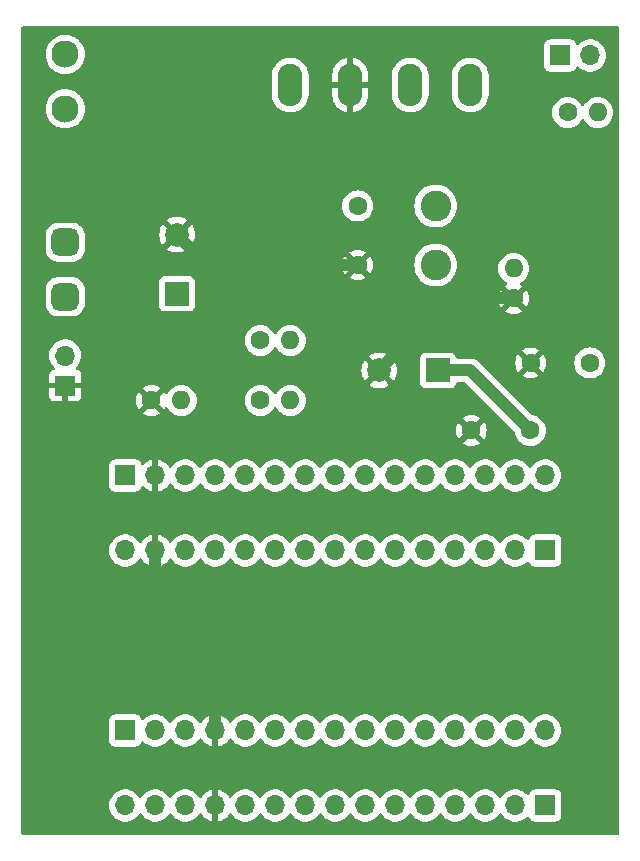
<source format=gbr>
G04 #@! TF.GenerationSoftware,KiCad,Pcbnew,8.0.1-8.0.1-1~ubuntu22.04.1*
G04 #@! TF.CreationDate,2024-05-04T13:13:50+02:00*
G04 #@! TF.ProjectId,MCU_Board,4d43555f-426f-4617-9264-2e6b69636164,rev?*
G04 #@! TF.SameCoordinates,Original*
G04 #@! TF.FileFunction,Copper,L2,Bot*
G04 #@! TF.FilePolarity,Positive*
%FSLAX46Y46*%
G04 Gerber Fmt 4.6, Leading zero omitted, Abs format (unit mm)*
G04 Created by KiCad (PCBNEW 8.0.1-8.0.1-1~ubuntu22.04.1) date 2024-05-04 13:13:50*
%MOMM*%
%LPD*%
G01*
G04 APERTURE LIST*
G04 Aperture macros list*
%AMRoundRect*
0 Rectangle with rounded corners*
0 $1 Rounding radius*
0 $2 $3 $4 $5 $6 $7 $8 $9 X,Y pos of 4 corners*
0 Add a 4 corners polygon primitive as box body*
4,1,4,$2,$3,$4,$5,$6,$7,$8,$9,$2,$3,0*
0 Add four circle primitives for the rounded corners*
1,1,$1+$1,$2,$3*
1,1,$1+$1,$4,$5*
1,1,$1+$1,$6,$7*
1,1,$1+$1,$8,$9*
0 Add four rect primitives between the rounded corners*
20,1,$1+$1,$2,$3,$4,$5,0*
20,1,$1+$1,$4,$5,$6,$7,0*
20,1,$1+$1,$6,$7,$8,$9,0*
20,1,$1+$1,$8,$9,$2,$3,0*%
G04 Aperture macros list end*
G04 #@! TA.AperFunction,ComponentPad*
%ADD10R,1.700000X1.700000*%
G04 #@! TD*
G04 #@! TA.AperFunction,ComponentPad*
%ADD11O,1.700000X1.700000*%
G04 #@! TD*
G04 #@! TA.AperFunction,ComponentPad*
%ADD12O,2.080000X3.600000*%
G04 #@! TD*
G04 #@! TA.AperFunction,ComponentPad*
%ADD13R,2.000000X2.000000*%
G04 #@! TD*
G04 #@! TA.AperFunction,ComponentPad*
%ADD14C,2.000000*%
G04 #@! TD*
G04 #@! TA.AperFunction,ComponentPad*
%ADD15RoundRect,0.575000X0.575000X-0.575000X0.575000X0.575000X-0.575000X0.575000X-0.575000X-0.575000X0*%
G04 #@! TD*
G04 #@! TA.AperFunction,ComponentPad*
%ADD16C,2.300000*%
G04 #@! TD*
G04 #@! TA.AperFunction,ComponentPad*
%ADD17C,1.600000*%
G04 #@! TD*
G04 #@! TA.AperFunction,ComponentPad*
%ADD18O,1.600000X1.600000*%
G04 #@! TD*
G04 #@! TA.AperFunction,ComponentPad*
%ADD19C,2.600000*%
G04 #@! TD*
G04 #@! TA.AperFunction,Conductor*
%ADD20C,1.000000*%
G04 #@! TD*
G04 APERTURE END LIST*
D10*
X90170000Y-143510000D03*
D11*
X87630000Y-143510000D03*
X85090000Y-143510000D03*
X82550000Y-143510000D03*
X80010000Y-143510000D03*
X77470000Y-143510000D03*
X74930000Y-143510000D03*
X72390000Y-143510000D03*
X69850000Y-143510000D03*
X67310000Y-143510000D03*
X64770000Y-143510000D03*
X62230000Y-143510000D03*
X59690000Y-143510000D03*
X57150000Y-143510000D03*
X54610000Y-143510000D03*
D12*
X83820000Y-104100000D03*
X78740000Y-104100000D03*
X73660000Y-104100000D03*
X68580000Y-104100000D03*
D13*
X81107677Y-128270000D03*
D14*
X76107677Y-128270000D03*
D10*
X54610000Y-137160000D03*
D11*
X57150000Y-137160000D03*
X59690000Y-137160000D03*
X62230000Y-137160000D03*
X64770000Y-137160000D03*
X67310000Y-137160000D03*
X69850000Y-137160000D03*
X72390000Y-137160000D03*
X74930000Y-137160000D03*
X77470000Y-137160000D03*
X80010000Y-137160000D03*
X82550000Y-137160000D03*
X85090000Y-137160000D03*
X87630000Y-137160000D03*
X90170000Y-137160000D03*
D10*
X54610000Y-158750000D03*
D11*
X57150000Y-158750000D03*
X59690000Y-158750000D03*
X62230000Y-158750000D03*
X64770000Y-158750000D03*
X67310000Y-158750000D03*
X69850000Y-158750000D03*
X72390000Y-158750000D03*
X74930000Y-158750000D03*
X77470000Y-158750000D03*
X80010000Y-158750000D03*
X82550000Y-158750000D03*
X85090000Y-158750000D03*
X87630000Y-158750000D03*
X90170000Y-158750000D03*
D15*
X49530000Y-122010000D03*
X49530000Y-117410000D03*
D16*
X49530000Y-106110000D03*
X49530000Y-101510000D03*
D17*
X87503000Y-122174000D03*
D18*
X87503000Y-119634000D03*
D17*
X56815000Y-130810000D03*
D18*
X59355000Y-130810000D03*
D17*
X88940000Y-127635000D03*
X93940000Y-127635000D03*
X66040000Y-125730000D03*
D18*
X68580000Y-125730000D03*
D17*
X66040000Y-130810000D03*
D18*
X68580000Y-130810000D03*
D17*
X92075000Y-106426000D03*
D18*
X94615000Y-106426000D03*
D17*
X74295000Y-114340000D03*
X74295000Y-119340000D03*
D19*
X80899000Y-114340000D03*
X80899000Y-119340000D03*
D17*
X83900000Y-133350000D03*
X88900000Y-133350000D03*
D10*
X90170000Y-165100000D03*
D11*
X87630000Y-165100000D03*
X85090000Y-165100000D03*
X82550000Y-165100000D03*
X80010000Y-165100000D03*
X77470000Y-165100000D03*
X74930000Y-165100000D03*
X72390000Y-165100000D03*
X69850000Y-165100000D03*
X67310000Y-165100000D03*
X64770000Y-165100000D03*
X62230000Y-165100000D03*
X59690000Y-165100000D03*
X57150000Y-165100000D03*
X54610000Y-165100000D03*
D10*
X91435000Y-101600000D03*
D11*
X93975000Y-101600000D03*
D10*
X49530000Y-129545000D03*
D11*
X49530000Y-127005000D03*
D13*
X59000000Y-121767677D03*
D14*
X59000000Y-116767677D03*
D20*
X57150000Y-148590000D02*
X62230000Y-153670000D01*
X57150000Y-143510000D02*
X57150000Y-148590000D01*
X82203677Y-122174000D02*
X87503000Y-122174000D01*
X62230000Y-153670000D02*
X62230000Y-158750000D01*
X61572323Y-119340000D02*
X59000000Y-116767677D01*
X74295000Y-119340000D02*
X61572323Y-119340000D01*
X76107677Y-128270000D02*
X82203677Y-122174000D01*
X83820000Y-128270000D02*
X81107677Y-128270000D01*
X88900000Y-133350000D02*
X83820000Y-128270000D01*
G04 #@! TA.AperFunction,Conductor*
G36*
X96387539Y-99155185D02*
G01*
X96433294Y-99207989D01*
X96444500Y-99259500D01*
X96444500Y-167440500D01*
X96424815Y-167507539D01*
X96372011Y-167553294D01*
X96320500Y-167564500D01*
X45919500Y-167564500D01*
X45852461Y-167544815D01*
X45806706Y-167492011D01*
X45795500Y-167440500D01*
X45795500Y-165100005D01*
X53246844Y-165100005D01*
X53265434Y-165324359D01*
X53265436Y-165324371D01*
X53320703Y-165542614D01*
X53411140Y-165748792D01*
X53534276Y-165937265D01*
X53534284Y-165937276D01*
X53660967Y-166074888D01*
X53686760Y-166102906D01*
X53864424Y-166241189D01*
X53864425Y-166241189D01*
X53864427Y-166241191D01*
X53924314Y-166273600D01*
X54062426Y-166348342D01*
X54275365Y-166421444D01*
X54497431Y-166458500D01*
X54722569Y-166458500D01*
X54944635Y-166421444D01*
X55157574Y-166348342D01*
X55355576Y-166241189D01*
X55533240Y-166102906D01*
X55654594Y-165971082D01*
X55685715Y-165937276D01*
X55685715Y-165937275D01*
X55685722Y-165937268D01*
X55776193Y-165798790D01*
X55829338Y-165753437D01*
X55898569Y-165744013D01*
X55961905Y-165773515D01*
X55983804Y-165798787D01*
X56074278Y-165937268D01*
X56074283Y-165937273D01*
X56074284Y-165937276D01*
X56200967Y-166074888D01*
X56226760Y-166102906D01*
X56404424Y-166241189D01*
X56404425Y-166241189D01*
X56404427Y-166241191D01*
X56464314Y-166273600D01*
X56602426Y-166348342D01*
X56815365Y-166421444D01*
X57037431Y-166458500D01*
X57262569Y-166458500D01*
X57484635Y-166421444D01*
X57697574Y-166348342D01*
X57895576Y-166241189D01*
X58073240Y-166102906D01*
X58194594Y-165971082D01*
X58225715Y-165937276D01*
X58225715Y-165937275D01*
X58225722Y-165937268D01*
X58316193Y-165798790D01*
X58369338Y-165753437D01*
X58438569Y-165744013D01*
X58501905Y-165773515D01*
X58523804Y-165798787D01*
X58614278Y-165937268D01*
X58614283Y-165937273D01*
X58614284Y-165937276D01*
X58740967Y-166074888D01*
X58766760Y-166102906D01*
X58944424Y-166241189D01*
X58944425Y-166241189D01*
X58944427Y-166241191D01*
X59004314Y-166273600D01*
X59142426Y-166348342D01*
X59355365Y-166421444D01*
X59577431Y-166458500D01*
X59802569Y-166458500D01*
X60024635Y-166421444D01*
X60237574Y-166348342D01*
X60435576Y-166241189D01*
X60613240Y-166102906D01*
X60734594Y-165971082D01*
X60765715Y-165937276D01*
X60765715Y-165937275D01*
X60765722Y-165937268D01*
X60859749Y-165793347D01*
X60912894Y-165747994D01*
X60982125Y-165738570D01*
X61045461Y-165768072D01*
X61065130Y-165790048D01*
X61191890Y-165971078D01*
X61358917Y-166138105D01*
X61552421Y-166273600D01*
X61766507Y-166373429D01*
X61766516Y-166373433D01*
X61980000Y-166430634D01*
X61980000Y-165533012D01*
X62037007Y-165565925D01*
X62164174Y-165600000D01*
X62295826Y-165600000D01*
X62422993Y-165565925D01*
X62480000Y-165533012D01*
X62480000Y-166430633D01*
X62693483Y-166373433D01*
X62693492Y-166373429D01*
X62907578Y-166273600D01*
X63101082Y-166138105D01*
X63268105Y-165971082D01*
X63394868Y-165790048D01*
X63449445Y-165746423D01*
X63518944Y-165739231D01*
X63581298Y-165770753D01*
X63600251Y-165793350D01*
X63694276Y-165937265D01*
X63694284Y-165937276D01*
X63820967Y-166074888D01*
X63846760Y-166102906D01*
X64024424Y-166241189D01*
X64024425Y-166241189D01*
X64024427Y-166241191D01*
X64084314Y-166273600D01*
X64222426Y-166348342D01*
X64435365Y-166421444D01*
X64657431Y-166458500D01*
X64882569Y-166458500D01*
X65104635Y-166421444D01*
X65317574Y-166348342D01*
X65515576Y-166241189D01*
X65693240Y-166102906D01*
X65814594Y-165971082D01*
X65845715Y-165937276D01*
X65845715Y-165937275D01*
X65845722Y-165937268D01*
X65936193Y-165798790D01*
X65989338Y-165753437D01*
X66058569Y-165744013D01*
X66121905Y-165773515D01*
X66143804Y-165798787D01*
X66234278Y-165937268D01*
X66234283Y-165937273D01*
X66234284Y-165937276D01*
X66360967Y-166074888D01*
X66386760Y-166102906D01*
X66564424Y-166241189D01*
X66564425Y-166241189D01*
X66564427Y-166241191D01*
X66624314Y-166273600D01*
X66762426Y-166348342D01*
X66975365Y-166421444D01*
X67197431Y-166458500D01*
X67422569Y-166458500D01*
X67644635Y-166421444D01*
X67857574Y-166348342D01*
X68055576Y-166241189D01*
X68233240Y-166102906D01*
X68354594Y-165971082D01*
X68385715Y-165937276D01*
X68385715Y-165937275D01*
X68385722Y-165937268D01*
X68476193Y-165798790D01*
X68529338Y-165753437D01*
X68598569Y-165744013D01*
X68661905Y-165773515D01*
X68683804Y-165798787D01*
X68774278Y-165937268D01*
X68774283Y-165937273D01*
X68774284Y-165937276D01*
X68900967Y-166074888D01*
X68926760Y-166102906D01*
X69104424Y-166241189D01*
X69104425Y-166241189D01*
X69104427Y-166241191D01*
X69164314Y-166273600D01*
X69302426Y-166348342D01*
X69515365Y-166421444D01*
X69737431Y-166458500D01*
X69962569Y-166458500D01*
X70184635Y-166421444D01*
X70397574Y-166348342D01*
X70595576Y-166241189D01*
X70773240Y-166102906D01*
X70894594Y-165971082D01*
X70925715Y-165937276D01*
X70925715Y-165937275D01*
X70925722Y-165937268D01*
X71016193Y-165798790D01*
X71069338Y-165753437D01*
X71138569Y-165744013D01*
X71201905Y-165773515D01*
X71223804Y-165798787D01*
X71314278Y-165937268D01*
X71314283Y-165937273D01*
X71314284Y-165937276D01*
X71440967Y-166074888D01*
X71466760Y-166102906D01*
X71644424Y-166241189D01*
X71644425Y-166241189D01*
X71644427Y-166241191D01*
X71704314Y-166273600D01*
X71842426Y-166348342D01*
X72055365Y-166421444D01*
X72277431Y-166458500D01*
X72502569Y-166458500D01*
X72724635Y-166421444D01*
X72937574Y-166348342D01*
X73135576Y-166241189D01*
X73313240Y-166102906D01*
X73434594Y-165971082D01*
X73465715Y-165937276D01*
X73465715Y-165937275D01*
X73465722Y-165937268D01*
X73556193Y-165798790D01*
X73609338Y-165753437D01*
X73678569Y-165744013D01*
X73741905Y-165773515D01*
X73763804Y-165798787D01*
X73854278Y-165937268D01*
X73854283Y-165937273D01*
X73854284Y-165937276D01*
X73980967Y-166074888D01*
X74006760Y-166102906D01*
X74184424Y-166241189D01*
X74184425Y-166241189D01*
X74184427Y-166241191D01*
X74244314Y-166273600D01*
X74382426Y-166348342D01*
X74595365Y-166421444D01*
X74817431Y-166458500D01*
X75042569Y-166458500D01*
X75264635Y-166421444D01*
X75477574Y-166348342D01*
X75675576Y-166241189D01*
X75853240Y-166102906D01*
X75974594Y-165971082D01*
X76005715Y-165937276D01*
X76005715Y-165937275D01*
X76005722Y-165937268D01*
X76096193Y-165798790D01*
X76149338Y-165753437D01*
X76218569Y-165744013D01*
X76281905Y-165773515D01*
X76303804Y-165798787D01*
X76394278Y-165937268D01*
X76394283Y-165937273D01*
X76394284Y-165937276D01*
X76520967Y-166074888D01*
X76546760Y-166102906D01*
X76724424Y-166241189D01*
X76724425Y-166241189D01*
X76724427Y-166241191D01*
X76784314Y-166273600D01*
X76922426Y-166348342D01*
X77135365Y-166421444D01*
X77357431Y-166458500D01*
X77582569Y-166458500D01*
X77804635Y-166421444D01*
X78017574Y-166348342D01*
X78215576Y-166241189D01*
X78393240Y-166102906D01*
X78514594Y-165971082D01*
X78545715Y-165937276D01*
X78545715Y-165937275D01*
X78545722Y-165937268D01*
X78636193Y-165798790D01*
X78689338Y-165753437D01*
X78758569Y-165744013D01*
X78821905Y-165773515D01*
X78843804Y-165798787D01*
X78934278Y-165937268D01*
X78934283Y-165937273D01*
X78934284Y-165937276D01*
X79060967Y-166074888D01*
X79086760Y-166102906D01*
X79264424Y-166241189D01*
X79264425Y-166241189D01*
X79264427Y-166241191D01*
X79324314Y-166273600D01*
X79462426Y-166348342D01*
X79675365Y-166421444D01*
X79897431Y-166458500D01*
X80122569Y-166458500D01*
X80344635Y-166421444D01*
X80557574Y-166348342D01*
X80755576Y-166241189D01*
X80933240Y-166102906D01*
X81054594Y-165971082D01*
X81085715Y-165937276D01*
X81085715Y-165937275D01*
X81085722Y-165937268D01*
X81176193Y-165798790D01*
X81229338Y-165753437D01*
X81298569Y-165744013D01*
X81361905Y-165773515D01*
X81383804Y-165798787D01*
X81474278Y-165937268D01*
X81474283Y-165937273D01*
X81474284Y-165937276D01*
X81600967Y-166074888D01*
X81626760Y-166102906D01*
X81804424Y-166241189D01*
X81804425Y-166241189D01*
X81804427Y-166241191D01*
X81864314Y-166273600D01*
X82002426Y-166348342D01*
X82215365Y-166421444D01*
X82437431Y-166458500D01*
X82662569Y-166458500D01*
X82884635Y-166421444D01*
X83097574Y-166348342D01*
X83295576Y-166241189D01*
X83473240Y-166102906D01*
X83594594Y-165971082D01*
X83625715Y-165937276D01*
X83625715Y-165937275D01*
X83625722Y-165937268D01*
X83716193Y-165798790D01*
X83769338Y-165753437D01*
X83838569Y-165744013D01*
X83901905Y-165773515D01*
X83923804Y-165798787D01*
X84014278Y-165937268D01*
X84014283Y-165937273D01*
X84014284Y-165937276D01*
X84140967Y-166074888D01*
X84166760Y-166102906D01*
X84344424Y-166241189D01*
X84344425Y-166241189D01*
X84344427Y-166241191D01*
X84404314Y-166273600D01*
X84542426Y-166348342D01*
X84755365Y-166421444D01*
X84977431Y-166458500D01*
X85202569Y-166458500D01*
X85424635Y-166421444D01*
X85637574Y-166348342D01*
X85835576Y-166241189D01*
X86013240Y-166102906D01*
X86134594Y-165971082D01*
X86165715Y-165937276D01*
X86165715Y-165937275D01*
X86165722Y-165937268D01*
X86256193Y-165798790D01*
X86309338Y-165753437D01*
X86378569Y-165744013D01*
X86441905Y-165773515D01*
X86463804Y-165798787D01*
X86554278Y-165937268D01*
X86554283Y-165937273D01*
X86554284Y-165937276D01*
X86680967Y-166074888D01*
X86706760Y-166102906D01*
X86884424Y-166241189D01*
X86884425Y-166241189D01*
X86884427Y-166241191D01*
X86944314Y-166273600D01*
X87082426Y-166348342D01*
X87295365Y-166421444D01*
X87517431Y-166458500D01*
X87742569Y-166458500D01*
X87964635Y-166421444D01*
X88177574Y-166348342D01*
X88375576Y-166241189D01*
X88553240Y-166102906D01*
X88616452Y-166034239D01*
X88676337Y-165998250D01*
X88746175Y-166000349D01*
X88803791Y-166039873D01*
X88823861Y-166074888D01*
X88869111Y-166196204D01*
X88956739Y-166313261D01*
X89073796Y-166400889D01*
X89210799Y-166451989D01*
X89238050Y-166454918D01*
X89271345Y-166458499D01*
X89271362Y-166458500D01*
X91068638Y-166458500D01*
X91068654Y-166458499D01*
X91095692Y-166455591D01*
X91129201Y-166451989D01*
X91266204Y-166400889D01*
X91383261Y-166313261D01*
X91470889Y-166196204D01*
X91521989Y-166059201D01*
X91525591Y-166025692D01*
X91528499Y-165998654D01*
X91528500Y-165998637D01*
X91528500Y-164201362D01*
X91528499Y-164201345D01*
X91524672Y-164165759D01*
X91521989Y-164140799D01*
X91470889Y-164003796D01*
X91383261Y-163886739D01*
X91266204Y-163799111D01*
X91129203Y-163748011D01*
X91068654Y-163741500D01*
X91068638Y-163741500D01*
X89271362Y-163741500D01*
X89271345Y-163741500D01*
X89210797Y-163748011D01*
X89210795Y-163748011D01*
X89073795Y-163799111D01*
X88956739Y-163886739D01*
X88869111Y-164003795D01*
X88823861Y-164125111D01*
X88781989Y-164181044D01*
X88716524Y-164205460D01*
X88648252Y-164190607D01*
X88616454Y-164165762D01*
X88553240Y-164097094D01*
X88375576Y-163958811D01*
X88375575Y-163958810D01*
X88375572Y-163958808D01*
X88177580Y-163851661D01*
X88177577Y-163851659D01*
X88177574Y-163851658D01*
X88177571Y-163851657D01*
X88177569Y-163851656D01*
X87964637Y-163778556D01*
X87742569Y-163741500D01*
X87517431Y-163741500D01*
X87295362Y-163778556D01*
X87082430Y-163851656D01*
X87082419Y-163851661D01*
X86884427Y-163958808D01*
X86884422Y-163958812D01*
X86706761Y-164097092D01*
X86706756Y-164097097D01*
X86554284Y-164262723D01*
X86554276Y-164262734D01*
X86463808Y-164401206D01*
X86410662Y-164446562D01*
X86341431Y-164455986D01*
X86278095Y-164426484D01*
X86256192Y-164401206D01*
X86165723Y-164262734D01*
X86165715Y-164262723D01*
X86013243Y-164097097D01*
X86013238Y-164097092D01*
X85835577Y-163958812D01*
X85835572Y-163958808D01*
X85637580Y-163851661D01*
X85637577Y-163851659D01*
X85637574Y-163851658D01*
X85637571Y-163851657D01*
X85637569Y-163851656D01*
X85424637Y-163778556D01*
X85202569Y-163741500D01*
X84977431Y-163741500D01*
X84755362Y-163778556D01*
X84542430Y-163851656D01*
X84542419Y-163851661D01*
X84344427Y-163958808D01*
X84344422Y-163958812D01*
X84166761Y-164097092D01*
X84166756Y-164097097D01*
X84014284Y-164262723D01*
X84014276Y-164262734D01*
X83923808Y-164401206D01*
X83870662Y-164446562D01*
X83801431Y-164455986D01*
X83738095Y-164426484D01*
X83716192Y-164401206D01*
X83625723Y-164262734D01*
X83625715Y-164262723D01*
X83473243Y-164097097D01*
X83473238Y-164097092D01*
X83295577Y-163958812D01*
X83295572Y-163958808D01*
X83097580Y-163851661D01*
X83097577Y-163851659D01*
X83097574Y-163851658D01*
X83097571Y-163851657D01*
X83097569Y-163851656D01*
X82884637Y-163778556D01*
X82662569Y-163741500D01*
X82437431Y-163741500D01*
X82215362Y-163778556D01*
X82002430Y-163851656D01*
X82002419Y-163851661D01*
X81804427Y-163958808D01*
X81804422Y-163958812D01*
X81626761Y-164097092D01*
X81626756Y-164097097D01*
X81474284Y-164262723D01*
X81474276Y-164262734D01*
X81383808Y-164401206D01*
X81330662Y-164446562D01*
X81261431Y-164455986D01*
X81198095Y-164426484D01*
X81176192Y-164401206D01*
X81085723Y-164262734D01*
X81085715Y-164262723D01*
X80933243Y-164097097D01*
X80933238Y-164097092D01*
X80755577Y-163958812D01*
X80755572Y-163958808D01*
X80557580Y-163851661D01*
X80557577Y-163851659D01*
X80557574Y-163851658D01*
X80557571Y-163851657D01*
X80557569Y-163851656D01*
X80344637Y-163778556D01*
X80122569Y-163741500D01*
X79897431Y-163741500D01*
X79675362Y-163778556D01*
X79462430Y-163851656D01*
X79462419Y-163851661D01*
X79264427Y-163958808D01*
X79264422Y-163958812D01*
X79086761Y-164097092D01*
X79086756Y-164097097D01*
X78934284Y-164262723D01*
X78934276Y-164262734D01*
X78843808Y-164401206D01*
X78790662Y-164446562D01*
X78721431Y-164455986D01*
X78658095Y-164426484D01*
X78636192Y-164401206D01*
X78545723Y-164262734D01*
X78545715Y-164262723D01*
X78393243Y-164097097D01*
X78393238Y-164097092D01*
X78215577Y-163958812D01*
X78215572Y-163958808D01*
X78017580Y-163851661D01*
X78017577Y-163851659D01*
X78017574Y-163851658D01*
X78017571Y-163851657D01*
X78017569Y-163851656D01*
X77804637Y-163778556D01*
X77582569Y-163741500D01*
X77357431Y-163741500D01*
X77135362Y-163778556D01*
X76922430Y-163851656D01*
X76922419Y-163851661D01*
X76724427Y-163958808D01*
X76724422Y-163958812D01*
X76546761Y-164097092D01*
X76546756Y-164097097D01*
X76394284Y-164262723D01*
X76394276Y-164262734D01*
X76303808Y-164401206D01*
X76250662Y-164446562D01*
X76181431Y-164455986D01*
X76118095Y-164426484D01*
X76096192Y-164401206D01*
X76005723Y-164262734D01*
X76005715Y-164262723D01*
X75853243Y-164097097D01*
X75853238Y-164097092D01*
X75675577Y-163958812D01*
X75675572Y-163958808D01*
X75477580Y-163851661D01*
X75477577Y-163851659D01*
X75477574Y-163851658D01*
X75477571Y-163851657D01*
X75477569Y-163851656D01*
X75264637Y-163778556D01*
X75042569Y-163741500D01*
X74817431Y-163741500D01*
X74595362Y-163778556D01*
X74382430Y-163851656D01*
X74382419Y-163851661D01*
X74184427Y-163958808D01*
X74184422Y-163958812D01*
X74006761Y-164097092D01*
X74006756Y-164097097D01*
X73854284Y-164262723D01*
X73854276Y-164262734D01*
X73763808Y-164401206D01*
X73710662Y-164446562D01*
X73641431Y-164455986D01*
X73578095Y-164426484D01*
X73556192Y-164401206D01*
X73465723Y-164262734D01*
X73465715Y-164262723D01*
X73313243Y-164097097D01*
X73313238Y-164097092D01*
X73135577Y-163958812D01*
X73135572Y-163958808D01*
X72937580Y-163851661D01*
X72937577Y-163851659D01*
X72937574Y-163851658D01*
X72937571Y-163851657D01*
X72937569Y-163851656D01*
X72724637Y-163778556D01*
X72502569Y-163741500D01*
X72277431Y-163741500D01*
X72055362Y-163778556D01*
X71842430Y-163851656D01*
X71842419Y-163851661D01*
X71644427Y-163958808D01*
X71644422Y-163958812D01*
X71466761Y-164097092D01*
X71466756Y-164097097D01*
X71314284Y-164262723D01*
X71314276Y-164262734D01*
X71223808Y-164401206D01*
X71170662Y-164446562D01*
X71101431Y-164455986D01*
X71038095Y-164426484D01*
X71016192Y-164401206D01*
X70925723Y-164262734D01*
X70925715Y-164262723D01*
X70773243Y-164097097D01*
X70773238Y-164097092D01*
X70595577Y-163958812D01*
X70595572Y-163958808D01*
X70397580Y-163851661D01*
X70397577Y-163851659D01*
X70397574Y-163851658D01*
X70397571Y-163851657D01*
X70397569Y-163851656D01*
X70184637Y-163778556D01*
X69962569Y-163741500D01*
X69737431Y-163741500D01*
X69515362Y-163778556D01*
X69302430Y-163851656D01*
X69302419Y-163851661D01*
X69104427Y-163958808D01*
X69104422Y-163958812D01*
X68926761Y-164097092D01*
X68926756Y-164097097D01*
X68774284Y-164262723D01*
X68774276Y-164262734D01*
X68683808Y-164401206D01*
X68630662Y-164446562D01*
X68561431Y-164455986D01*
X68498095Y-164426484D01*
X68476192Y-164401206D01*
X68385723Y-164262734D01*
X68385715Y-164262723D01*
X68233243Y-164097097D01*
X68233238Y-164097092D01*
X68055577Y-163958812D01*
X68055572Y-163958808D01*
X67857580Y-163851661D01*
X67857577Y-163851659D01*
X67857574Y-163851658D01*
X67857571Y-163851657D01*
X67857569Y-163851656D01*
X67644637Y-163778556D01*
X67422569Y-163741500D01*
X67197431Y-163741500D01*
X66975362Y-163778556D01*
X66762430Y-163851656D01*
X66762419Y-163851661D01*
X66564427Y-163958808D01*
X66564422Y-163958812D01*
X66386761Y-164097092D01*
X66386756Y-164097097D01*
X66234284Y-164262723D01*
X66234276Y-164262734D01*
X66143808Y-164401206D01*
X66090662Y-164446562D01*
X66021431Y-164455986D01*
X65958095Y-164426484D01*
X65936192Y-164401206D01*
X65845723Y-164262734D01*
X65845715Y-164262723D01*
X65693243Y-164097097D01*
X65693238Y-164097092D01*
X65515577Y-163958812D01*
X65515572Y-163958808D01*
X65317580Y-163851661D01*
X65317577Y-163851659D01*
X65317574Y-163851658D01*
X65317571Y-163851657D01*
X65317569Y-163851656D01*
X65104637Y-163778556D01*
X64882569Y-163741500D01*
X64657431Y-163741500D01*
X64435362Y-163778556D01*
X64222430Y-163851656D01*
X64222419Y-163851661D01*
X64024427Y-163958808D01*
X64024422Y-163958812D01*
X63846761Y-164097092D01*
X63846756Y-164097097D01*
X63694284Y-164262723D01*
X63694276Y-164262734D01*
X63600251Y-164406650D01*
X63547105Y-164452007D01*
X63477873Y-164461430D01*
X63414538Y-164431928D01*
X63394868Y-164409951D01*
X63268113Y-164228926D01*
X63268108Y-164228920D01*
X63101082Y-164061894D01*
X62907578Y-163926399D01*
X62693492Y-163826570D01*
X62693486Y-163826567D01*
X62480000Y-163769364D01*
X62480000Y-164666988D01*
X62422993Y-164634075D01*
X62295826Y-164600000D01*
X62164174Y-164600000D01*
X62037007Y-164634075D01*
X61980000Y-164666988D01*
X61980000Y-163769364D01*
X61979999Y-163769364D01*
X61766513Y-163826567D01*
X61766507Y-163826570D01*
X61552422Y-163926399D01*
X61552420Y-163926400D01*
X61358926Y-164061886D01*
X61358920Y-164061891D01*
X61191891Y-164228920D01*
X61191890Y-164228922D01*
X61065131Y-164409952D01*
X61010554Y-164453577D01*
X60941055Y-164460769D01*
X60878701Y-164429247D01*
X60859752Y-164406656D01*
X60765722Y-164262732D01*
X60765715Y-164262725D01*
X60765715Y-164262723D01*
X60613243Y-164097097D01*
X60613238Y-164097092D01*
X60435577Y-163958812D01*
X60435572Y-163958808D01*
X60237580Y-163851661D01*
X60237577Y-163851659D01*
X60237574Y-163851658D01*
X60237571Y-163851657D01*
X60237569Y-163851656D01*
X60024637Y-163778556D01*
X59802569Y-163741500D01*
X59577431Y-163741500D01*
X59355362Y-163778556D01*
X59142430Y-163851656D01*
X59142419Y-163851661D01*
X58944427Y-163958808D01*
X58944422Y-163958812D01*
X58766761Y-164097092D01*
X58766756Y-164097097D01*
X58614284Y-164262723D01*
X58614276Y-164262734D01*
X58523808Y-164401206D01*
X58470662Y-164446562D01*
X58401431Y-164455986D01*
X58338095Y-164426484D01*
X58316192Y-164401206D01*
X58225723Y-164262734D01*
X58225715Y-164262723D01*
X58073243Y-164097097D01*
X58073238Y-164097092D01*
X57895577Y-163958812D01*
X57895572Y-163958808D01*
X57697580Y-163851661D01*
X57697577Y-163851659D01*
X57697574Y-163851658D01*
X57697571Y-163851657D01*
X57697569Y-163851656D01*
X57484637Y-163778556D01*
X57262569Y-163741500D01*
X57037431Y-163741500D01*
X56815362Y-163778556D01*
X56602430Y-163851656D01*
X56602419Y-163851661D01*
X56404427Y-163958808D01*
X56404422Y-163958812D01*
X56226761Y-164097092D01*
X56226756Y-164097097D01*
X56074284Y-164262723D01*
X56074276Y-164262734D01*
X55983808Y-164401206D01*
X55930662Y-164446562D01*
X55861431Y-164455986D01*
X55798095Y-164426484D01*
X55776192Y-164401206D01*
X55685723Y-164262734D01*
X55685715Y-164262723D01*
X55533243Y-164097097D01*
X55533238Y-164097092D01*
X55355577Y-163958812D01*
X55355572Y-163958808D01*
X55157580Y-163851661D01*
X55157577Y-163851659D01*
X55157574Y-163851658D01*
X55157571Y-163851657D01*
X55157569Y-163851656D01*
X54944637Y-163778556D01*
X54722569Y-163741500D01*
X54497431Y-163741500D01*
X54275362Y-163778556D01*
X54062430Y-163851656D01*
X54062419Y-163851661D01*
X53864427Y-163958808D01*
X53864422Y-163958812D01*
X53686761Y-164097092D01*
X53686756Y-164097097D01*
X53534284Y-164262723D01*
X53534276Y-164262734D01*
X53411140Y-164451207D01*
X53320703Y-164657385D01*
X53265436Y-164875628D01*
X53265434Y-164875640D01*
X53246844Y-165099994D01*
X53246844Y-165100005D01*
X45795500Y-165100005D01*
X45795500Y-159648654D01*
X53251500Y-159648654D01*
X53258011Y-159709202D01*
X53258011Y-159709204D01*
X53309111Y-159846204D01*
X53396739Y-159963261D01*
X53513796Y-160050889D01*
X53650799Y-160101989D01*
X53678050Y-160104918D01*
X53711345Y-160108499D01*
X53711362Y-160108500D01*
X55508638Y-160108500D01*
X55508654Y-160108499D01*
X55535692Y-160105591D01*
X55569201Y-160101989D01*
X55706204Y-160050889D01*
X55823261Y-159963261D01*
X55910889Y-159846204D01*
X55956138Y-159724887D01*
X55998009Y-159668956D01*
X56063474Y-159644539D01*
X56131746Y-159659391D01*
X56163545Y-159684236D01*
X56226760Y-159752906D01*
X56404424Y-159891189D01*
X56404425Y-159891189D01*
X56404427Y-159891191D01*
X56464314Y-159923600D01*
X56602426Y-159998342D01*
X56815365Y-160071444D01*
X57037431Y-160108500D01*
X57262569Y-160108500D01*
X57484635Y-160071444D01*
X57697574Y-159998342D01*
X57895576Y-159891189D01*
X58073240Y-159752906D01*
X58194594Y-159621082D01*
X58225715Y-159587276D01*
X58225715Y-159587275D01*
X58225722Y-159587268D01*
X58316193Y-159448790D01*
X58369338Y-159403437D01*
X58438569Y-159394013D01*
X58501905Y-159423515D01*
X58523804Y-159448787D01*
X58614278Y-159587268D01*
X58614283Y-159587273D01*
X58614284Y-159587276D01*
X58740968Y-159724889D01*
X58766760Y-159752906D01*
X58944424Y-159891189D01*
X58944425Y-159891189D01*
X58944427Y-159891191D01*
X59004314Y-159923600D01*
X59142426Y-159998342D01*
X59355365Y-160071444D01*
X59577431Y-160108500D01*
X59802569Y-160108500D01*
X60024635Y-160071444D01*
X60237574Y-159998342D01*
X60435576Y-159891189D01*
X60613240Y-159752906D01*
X60734594Y-159621082D01*
X60765715Y-159587276D01*
X60765715Y-159587275D01*
X60765722Y-159587268D01*
X60859749Y-159443347D01*
X60912894Y-159397994D01*
X60982125Y-159388570D01*
X61045461Y-159418072D01*
X61065130Y-159440048D01*
X61191890Y-159621078D01*
X61358917Y-159788105D01*
X61552421Y-159923600D01*
X61766507Y-160023429D01*
X61766516Y-160023433D01*
X61980000Y-160080634D01*
X61980000Y-159183012D01*
X62037007Y-159215925D01*
X62164174Y-159250000D01*
X62295826Y-159250000D01*
X62422993Y-159215925D01*
X62480000Y-159183012D01*
X62480000Y-160080633D01*
X62693483Y-160023433D01*
X62693492Y-160023429D01*
X62907578Y-159923600D01*
X63101082Y-159788105D01*
X63268105Y-159621082D01*
X63394868Y-159440048D01*
X63449445Y-159396423D01*
X63518944Y-159389231D01*
X63581298Y-159420753D01*
X63600251Y-159443350D01*
X63694276Y-159587265D01*
X63694284Y-159587276D01*
X63820968Y-159724889D01*
X63846760Y-159752906D01*
X64024424Y-159891189D01*
X64024425Y-159891189D01*
X64024427Y-159891191D01*
X64084314Y-159923600D01*
X64222426Y-159998342D01*
X64435365Y-160071444D01*
X64657431Y-160108500D01*
X64882569Y-160108500D01*
X65104635Y-160071444D01*
X65317574Y-159998342D01*
X65515576Y-159891189D01*
X65693240Y-159752906D01*
X65814594Y-159621082D01*
X65845715Y-159587276D01*
X65845715Y-159587275D01*
X65845722Y-159587268D01*
X65936193Y-159448790D01*
X65989338Y-159403437D01*
X66058569Y-159394013D01*
X66121905Y-159423515D01*
X66143804Y-159448787D01*
X66234278Y-159587268D01*
X66234283Y-159587273D01*
X66234284Y-159587276D01*
X66360968Y-159724889D01*
X66386760Y-159752906D01*
X66564424Y-159891189D01*
X66564425Y-159891189D01*
X66564427Y-159891191D01*
X66624314Y-159923600D01*
X66762426Y-159998342D01*
X66975365Y-160071444D01*
X67197431Y-160108500D01*
X67422569Y-160108500D01*
X67644635Y-160071444D01*
X67857574Y-159998342D01*
X68055576Y-159891189D01*
X68233240Y-159752906D01*
X68354594Y-159621082D01*
X68385715Y-159587276D01*
X68385715Y-159587275D01*
X68385722Y-159587268D01*
X68476193Y-159448790D01*
X68529338Y-159403437D01*
X68598569Y-159394013D01*
X68661905Y-159423515D01*
X68683804Y-159448787D01*
X68774278Y-159587268D01*
X68774283Y-159587273D01*
X68774284Y-159587276D01*
X68900968Y-159724889D01*
X68926760Y-159752906D01*
X69104424Y-159891189D01*
X69104425Y-159891189D01*
X69104427Y-159891191D01*
X69164314Y-159923600D01*
X69302426Y-159998342D01*
X69515365Y-160071444D01*
X69737431Y-160108500D01*
X69962569Y-160108500D01*
X70184635Y-160071444D01*
X70397574Y-159998342D01*
X70595576Y-159891189D01*
X70773240Y-159752906D01*
X70894594Y-159621082D01*
X70925715Y-159587276D01*
X70925715Y-159587275D01*
X70925722Y-159587268D01*
X71016193Y-159448790D01*
X71069338Y-159403437D01*
X71138569Y-159394013D01*
X71201905Y-159423515D01*
X71223804Y-159448787D01*
X71314278Y-159587268D01*
X71314283Y-159587273D01*
X71314284Y-159587276D01*
X71440968Y-159724889D01*
X71466760Y-159752906D01*
X71644424Y-159891189D01*
X71644425Y-159891189D01*
X71644427Y-159891191D01*
X71704314Y-159923600D01*
X71842426Y-159998342D01*
X72055365Y-160071444D01*
X72277431Y-160108500D01*
X72502569Y-160108500D01*
X72724635Y-160071444D01*
X72937574Y-159998342D01*
X73135576Y-159891189D01*
X73313240Y-159752906D01*
X73434594Y-159621082D01*
X73465715Y-159587276D01*
X73465715Y-159587275D01*
X73465722Y-159587268D01*
X73556193Y-159448790D01*
X73609338Y-159403437D01*
X73678569Y-159394013D01*
X73741905Y-159423515D01*
X73763804Y-159448787D01*
X73854278Y-159587268D01*
X73854283Y-159587273D01*
X73854284Y-159587276D01*
X73980968Y-159724889D01*
X74006760Y-159752906D01*
X74184424Y-159891189D01*
X74184425Y-159891189D01*
X74184427Y-159891191D01*
X74244314Y-159923600D01*
X74382426Y-159998342D01*
X74595365Y-160071444D01*
X74817431Y-160108500D01*
X75042569Y-160108500D01*
X75264635Y-160071444D01*
X75477574Y-159998342D01*
X75675576Y-159891189D01*
X75853240Y-159752906D01*
X75974594Y-159621082D01*
X76005715Y-159587276D01*
X76005715Y-159587275D01*
X76005722Y-159587268D01*
X76096193Y-159448790D01*
X76149338Y-159403437D01*
X76218569Y-159394013D01*
X76281905Y-159423515D01*
X76303804Y-159448787D01*
X76394278Y-159587268D01*
X76394283Y-159587273D01*
X76394284Y-159587276D01*
X76520968Y-159724889D01*
X76546760Y-159752906D01*
X76724424Y-159891189D01*
X76724425Y-159891189D01*
X76724427Y-159891191D01*
X76784314Y-159923600D01*
X76922426Y-159998342D01*
X77135365Y-160071444D01*
X77357431Y-160108500D01*
X77582569Y-160108500D01*
X77804635Y-160071444D01*
X78017574Y-159998342D01*
X78215576Y-159891189D01*
X78393240Y-159752906D01*
X78514594Y-159621082D01*
X78545715Y-159587276D01*
X78545715Y-159587275D01*
X78545722Y-159587268D01*
X78636193Y-159448790D01*
X78689338Y-159403437D01*
X78758569Y-159394013D01*
X78821905Y-159423515D01*
X78843804Y-159448787D01*
X78934278Y-159587268D01*
X78934283Y-159587273D01*
X78934284Y-159587276D01*
X79060968Y-159724889D01*
X79086760Y-159752906D01*
X79264424Y-159891189D01*
X79264425Y-159891189D01*
X79264427Y-159891191D01*
X79324314Y-159923600D01*
X79462426Y-159998342D01*
X79675365Y-160071444D01*
X79897431Y-160108500D01*
X80122569Y-160108500D01*
X80344635Y-160071444D01*
X80557574Y-159998342D01*
X80755576Y-159891189D01*
X80933240Y-159752906D01*
X81054594Y-159621082D01*
X81085715Y-159587276D01*
X81085715Y-159587275D01*
X81085722Y-159587268D01*
X81176193Y-159448790D01*
X81229338Y-159403437D01*
X81298569Y-159394013D01*
X81361905Y-159423515D01*
X81383804Y-159448787D01*
X81474278Y-159587268D01*
X81474283Y-159587273D01*
X81474284Y-159587276D01*
X81600968Y-159724889D01*
X81626760Y-159752906D01*
X81804424Y-159891189D01*
X81804425Y-159891189D01*
X81804427Y-159891191D01*
X81864314Y-159923600D01*
X82002426Y-159998342D01*
X82215365Y-160071444D01*
X82437431Y-160108500D01*
X82662569Y-160108500D01*
X82884635Y-160071444D01*
X83097574Y-159998342D01*
X83295576Y-159891189D01*
X83473240Y-159752906D01*
X83594594Y-159621082D01*
X83625715Y-159587276D01*
X83625715Y-159587275D01*
X83625722Y-159587268D01*
X83716193Y-159448790D01*
X83769338Y-159403437D01*
X83838569Y-159394013D01*
X83901905Y-159423515D01*
X83923804Y-159448787D01*
X84014278Y-159587268D01*
X84014283Y-159587273D01*
X84014284Y-159587276D01*
X84140968Y-159724889D01*
X84166760Y-159752906D01*
X84344424Y-159891189D01*
X84344425Y-159891189D01*
X84344427Y-159891191D01*
X84404314Y-159923600D01*
X84542426Y-159998342D01*
X84755365Y-160071444D01*
X84977431Y-160108500D01*
X85202569Y-160108500D01*
X85424635Y-160071444D01*
X85637574Y-159998342D01*
X85835576Y-159891189D01*
X86013240Y-159752906D01*
X86134594Y-159621082D01*
X86165715Y-159587276D01*
X86165715Y-159587275D01*
X86165722Y-159587268D01*
X86256193Y-159448790D01*
X86309338Y-159403437D01*
X86378569Y-159394013D01*
X86441905Y-159423515D01*
X86463804Y-159448787D01*
X86554278Y-159587268D01*
X86554283Y-159587273D01*
X86554284Y-159587276D01*
X86680968Y-159724889D01*
X86706760Y-159752906D01*
X86884424Y-159891189D01*
X86884425Y-159891189D01*
X86884427Y-159891191D01*
X86944314Y-159923600D01*
X87082426Y-159998342D01*
X87295365Y-160071444D01*
X87517431Y-160108500D01*
X87742569Y-160108500D01*
X87964635Y-160071444D01*
X88177574Y-159998342D01*
X88375576Y-159891189D01*
X88553240Y-159752906D01*
X88674594Y-159621082D01*
X88705715Y-159587276D01*
X88705715Y-159587275D01*
X88705722Y-159587268D01*
X88796193Y-159448790D01*
X88849338Y-159403437D01*
X88918569Y-159394013D01*
X88981905Y-159423515D01*
X89003804Y-159448787D01*
X89094278Y-159587268D01*
X89094283Y-159587273D01*
X89094284Y-159587276D01*
X89220968Y-159724889D01*
X89246760Y-159752906D01*
X89424424Y-159891189D01*
X89424425Y-159891189D01*
X89424427Y-159891191D01*
X89484314Y-159923600D01*
X89622426Y-159998342D01*
X89835365Y-160071444D01*
X90057431Y-160108500D01*
X90282569Y-160108500D01*
X90504635Y-160071444D01*
X90717574Y-159998342D01*
X90915576Y-159891189D01*
X91093240Y-159752906D01*
X91214594Y-159621082D01*
X91245715Y-159587276D01*
X91245717Y-159587273D01*
X91245722Y-159587268D01*
X91368860Y-159398791D01*
X91459296Y-159192616D01*
X91514564Y-158974368D01*
X91517164Y-158942993D01*
X91533156Y-158750005D01*
X91533156Y-158749994D01*
X91514565Y-158525640D01*
X91514563Y-158525628D01*
X91459296Y-158307385D01*
X91449071Y-158284075D01*
X91368860Y-158101209D01*
X91352706Y-158076484D01*
X91245723Y-157912734D01*
X91245715Y-157912723D01*
X91093243Y-157747097D01*
X91093238Y-157747092D01*
X90915577Y-157608812D01*
X90915572Y-157608808D01*
X90717580Y-157501661D01*
X90717577Y-157501659D01*
X90717574Y-157501658D01*
X90717571Y-157501657D01*
X90717569Y-157501656D01*
X90504637Y-157428556D01*
X90282569Y-157391500D01*
X90057431Y-157391500D01*
X89835362Y-157428556D01*
X89622430Y-157501656D01*
X89622419Y-157501661D01*
X89424427Y-157608808D01*
X89424422Y-157608812D01*
X89246761Y-157747092D01*
X89246756Y-157747097D01*
X89094284Y-157912723D01*
X89094276Y-157912734D01*
X89003808Y-158051206D01*
X88950662Y-158096562D01*
X88881431Y-158105986D01*
X88818095Y-158076484D01*
X88796192Y-158051206D01*
X88705723Y-157912734D01*
X88705715Y-157912723D01*
X88553243Y-157747097D01*
X88553238Y-157747092D01*
X88375577Y-157608812D01*
X88375572Y-157608808D01*
X88177580Y-157501661D01*
X88177577Y-157501659D01*
X88177574Y-157501658D01*
X88177571Y-157501657D01*
X88177569Y-157501656D01*
X87964637Y-157428556D01*
X87742569Y-157391500D01*
X87517431Y-157391500D01*
X87295362Y-157428556D01*
X87082430Y-157501656D01*
X87082419Y-157501661D01*
X86884427Y-157608808D01*
X86884422Y-157608812D01*
X86706761Y-157747092D01*
X86706756Y-157747097D01*
X86554284Y-157912723D01*
X86554276Y-157912734D01*
X86463808Y-158051206D01*
X86410662Y-158096562D01*
X86341431Y-158105986D01*
X86278095Y-158076484D01*
X86256192Y-158051206D01*
X86165723Y-157912734D01*
X86165715Y-157912723D01*
X86013243Y-157747097D01*
X86013238Y-157747092D01*
X85835577Y-157608812D01*
X85835572Y-157608808D01*
X85637580Y-157501661D01*
X85637577Y-157501659D01*
X85637574Y-157501658D01*
X85637571Y-157501657D01*
X85637569Y-157501656D01*
X85424637Y-157428556D01*
X85202569Y-157391500D01*
X84977431Y-157391500D01*
X84755362Y-157428556D01*
X84542430Y-157501656D01*
X84542419Y-157501661D01*
X84344427Y-157608808D01*
X84344422Y-157608812D01*
X84166761Y-157747092D01*
X84166756Y-157747097D01*
X84014284Y-157912723D01*
X84014276Y-157912734D01*
X83923808Y-158051206D01*
X83870662Y-158096562D01*
X83801431Y-158105986D01*
X83738095Y-158076484D01*
X83716192Y-158051206D01*
X83625723Y-157912734D01*
X83625715Y-157912723D01*
X83473243Y-157747097D01*
X83473238Y-157747092D01*
X83295577Y-157608812D01*
X83295572Y-157608808D01*
X83097580Y-157501661D01*
X83097577Y-157501659D01*
X83097574Y-157501658D01*
X83097571Y-157501657D01*
X83097569Y-157501656D01*
X82884637Y-157428556D01*
X82662569Y-157391500D01*
X82437431Y-157391500D01*
X82215362Y-157428556D01*
X82002430Y-157501656D01*
X82002419Y-157501661D01*
X81804427Y-157608808D01*
X81804422Y-157608812D01*
X81626761Y-157747092D01*
X81626756Y-157747097D01*
X81474284Y-157912723D01*
X81474276Y-157912734D01*
X81383808Y-158051206D01*
X81330662Y-158096562D01*
X81261431Y-158105986D01*
X81198095Y-158076484D01*
X81176192Y-158051206D01*
X81085723Y-157912734D01*
X81085715Y-157912723D01*
X80933243Y-157747097D01*
X80933238Y-157747092D01*
X80755577Y-157608812D01*
X80755572Y-157608808D01*
X80557580Y-157501661D01*
X80557577Y-157501659D01*
X80557574Y-157501658D01*
X80557571Y-157501657D01*
X80557569Y-157501656D01*
X80344637Y-157428556D01*
X80122569Y-157391500D01*
X79897431Y-157391500D01*
X79675362Y-157428556D01*
X79462430Y-157501656D01*
X79462419Y-157501661D01*
X79264427Y-157608808D01*
X79264422Y-157608812D01*
X79086761Y-157747092D01*
X79086756Y-157747097D01*
X78934284Y-157912723D01*
X78934276Y-157912734D01*
X78843808Y-158051206D01*
X78790662Y-158096562D01*
X78721431Y-158105986D01*
X78658095Y-158076484D01*
X78636192Y-158051206D01*
X78545723Y-157912734D01*
X78545715Y-157912723D01*
X78393243Y-157747097D01*
X78393238Y-157747092D01*
X78215577Y-157608812D01*
X78215572Y-157608808D01*
X78017580Y-157501661D01*
X78017577Y-157501659D01*
X78017574Y-157501658D01*
X78017571Y-157501657D01*
X78017569Y-157501656D01*
X77804637Y-157428556D01*
X77582569Y-157391500D01*
X77357431Y-157391500D01*
X77135362Y-157428556D01*
X76922430Y-157501656D01*
X76922419Y-157501661D01*
X76724427Y-157608808D01*
X76724422Y-157608812D01*
X76546761Y-157747092D01*
X76546756Y-157747097D01*
X76394284Y-157912723D01*
X76394276Y-157912734D01*
X76303808Y-158051206D01*
X76250662Y-158096562D01*
X76181431Y-158105986D01*
X76118095Y-158076484D01*
X76096192Y-158051206D01*
X76005723Y-157912734D01*
X76005715Y-157912723D01*
X75853243Y-157747097D01*
X75853238Y-157747092D01*
X75675577Y-157608812D01*
X75675572Y-157608808D01*
X75477580Y-157501661D01*
X75477577Y-157501659D01*
X75477574Y-157501658D01*
X75477571Y-157501657D01*
X75477569Y-157501656D01*
X75264637Y-157428556D01*
X75042569Y-157391500D01*
X74817431Y-157391500D01*
X74595362Y-157428556D01*
X74382430Y-157501656D01*
X74382419Y-157501661D01*
X74184427Y-157608808D01*
X74184422Y-157608812D01*
X74006761Y-157747092D01*
X74006756Y-157747097D01*
X73854284Y-157912723D01*
X73854276Y-157912734D01*
X73763808Y-158051206D01*
X73710662Y-158096562D01*
X73641431Y-158105986D01*
X73578095Y-158076484D01*
X73556192Y-158051206D01*
X73465723Y-157912734D01*
X73465715Y-157912723D01*
X73313243Y-157747097D01*
X73313238Y-157747092D01*
X73135577Y-157608812D01*
X73135572Y-157608808D01*
X72937580Y-157501661D01*
X72937577Y-157501659D01*
X72937574Y-157501658D01*
X72937571Y-157501657D01*
X72937569Y-157501656D01*
X72724637Y-157428556D01*
X72502569Y-157391500D01*
X72277431Y-157391500D01*
X72055362Y-157428556D01*
X71842430Y-157501656D01*
X71842419Y-157501661D01*
X71644427Y-157608808D01*
X71644422Y-157608812D01*
X71466761Y-157747092D01*
X71466756Y-157747097D01*
X71314284Y-157912723D01*
X71314276Y-157912734D01*
X71223808Y-158051206D01*
X71170662Y-158096562D01*
X71101431Y-158105986D01*
X71038095Y-158076484D01*
X71016192Y-158051206D01*
X70925723Y-157912734D01*
X70925715Y-157912723D01*
X70773243Y-157747097D01*
X70773238Y-157747092D01*
X70595577Y-157608812D01*
X70595572Y-157608808D01*
X70397580Y-157501661D01*
X70397577Y-157501659D01*
X70397574Y-157501658D01*
X70397571Y-157501657D01*
X70397569Y-157501656D01*
X70184637Y-157428556D01*
X69962569Y-157391500D01*
X69737431Y-157391500D01*
X69515362Y-157428556D01*
X69302430Y-157501656D01*
X69302419Y-157501661D01*
X69104427Y-157608808D01*
X69104422Y-157608812D01*
X68926761Y-157747092D01*
X68926756Y-157747097D01*
X68774284Y-157912723D01*
X68774276Y-157912734D01*
X68683808Y-158051206D01*
X68630662Y-158096562D01*
X68561431Y-158105986D01*
X68498095Y-158076484D01*
X68476192Y-158051206D01*
X68385723Y-157912734D01*
X68385715Y-157912723D01*
X68233243Y-157747097D01*
X68233238Y-157747092D01*
X68055577Y-157608812D01*
X68055572Y-157608808D01*
X67857580Y-157501661D01*
X67857577Y-157501659D01*
X67857574Y-157501658D01*
X67857571Y-157501657D01*
X67857569Y-157501656D01*
X67644637Y-157428556D01*
X67422569Y-157391500D01*
X67197431Y-157391500D01*
X66975362Y-157428556D01*
X66762430Y-157501656D01*
X66762419Y-157501661D01*
X66564427Y-157608808D01*
X66564422Y-157608812D01*
X66386761Y-157747092D01*
X66386756Y-157747097D01*
X66234284Y-157912723D01*
X66234276Y-157912734D01*
X66143808Y-158051206D01*
X66090662Y-158096562D01*
X66021431Y-158105986D01*
X65958095Y-158076484D01*
X65936192Y-158051206D01*
X65845723Y-157912734D01*
X65845715Y-157912723D01*
X65693243Y-157747097D01*
X65693238Y-157747092D01*
X65515577Y-157608812D01*
X65515572Y-157608808D01*
X65317580Y-157501661D01*
X65317577Y-157501659D01*
X65317574Y-157501658D01*
X65317571Y-157501657D01*
X65317569Y-157501656D01*
X65104637Y-157428556D01*
X64882569Y-157391500D01*
X64657431Y-157391500D01*
X64435362Y-157428556D01*
X64222430Y-157501656D01*
X64222419Y-157501661D01*
X64024427Y-157608808D01*
X64024422Y-157608812D01*
X63846761Y-157747092D01*
X63846756Y-157747097D01*
X63694284Y-157912723D01*
X63694276Y-157912734D01*
X63600251Y-158056650D01*
X63547105Y-158102007D01*
X63477873Y-158111430D01*
X63414538Y-158081928D01*
X63394868Y-158059951D01*
X63268113Y-157878926D01*
X63268108Y-157878920D01*
X63101082Y-157711894D01*
X62907578Y-157576399D01*
X62693492Y-157476570D01*
X62693486Y-157476567D01*
X62480000Y-157419364D01*
X62480000Y-158316988D01*
X62422993Y-158284075D01*
X62295826Y-158250000D01*
X62164174Y-158250000D01*
X62037007Y-158284075D01*
X61980000Y-158316988D01*
X61980000Y-157419364D01*
X61979999Y-157419364D01*
X61766513Y-157476567D01*
X61766507Y-157476570D01*
X61552422Y-157576399D01*
X61552420Y-157576400D01*
X61358926Y-157711886D01*
X61358920Y-157711891D01*
X61191891Y-157878920D01*
X61191890Y-157878922D01*
X61065131Y-158059952D01*
X61010554Y-158103577D01*
X60941055Y-158110769D01*
X60878701Y-158079247D01*
X60859752Y-158056656D01*
X60765722Y-157912732D01*
X60765715Y-157912725D01*
X60765715Y-157912723D01*
X60613243Y-157747097D01*
X60613238Y-157747092D01*
X60435577Y-157608812D01*
X60435572Y-157608808D01*
X60237580Y-157501661D01*
X60237577Y-157501659D01*
X60237574Y-157501658D01*
X60237571Y-157501657D01*
X60237569Y-157501656D01*
X60024637Y-157428556D01*
X59802569Y-157391500D01*
X59577431Y-157391500D01*
X59355362Y-157428556D01*
X59142430Y-157501656D01*
X59142419Y-157501661D01*
X58944427Y-157608808D01*
X58944422Y-157608812D01*
X58766761Y-157747092D01*
X58766756Y-157747097D01*
X58614284Y-157912723D01*
X58614276Y-157912734D01*
X58523808Y-158051206D01*
X58470662Y-158096562D01*
X58401431Y-158105986D01*
X58338095Y-158076484D01*
X58316192Y-158051206D01*
X58225723Y-157912734D01*
X58225715Y-157912723D01*
X58073243Y-157747097D01*
X58073238Y-157747092D01*
X57895577Y-157608812D01*
X57895572Y-157608808D01*
X57697580Y-157501661D01*
X57697577Y-157501659D01*
X57697574Y-157501658D01*
X57697571Y-157501657D01*
X57697569Y-157501656D01*
X57484637Y-157428556D01*
X57262569Y-157391500D01*
X57037431Y-157391500D01*
X56815362Y-157428556D01*
X56602430Y-157501656D01*
X56602419Y-157501661D01*
X56404427Y-157608808D01*
X56404422Y-157608812D01*
X56226761Y-157747092D01*
X56163548Y-157815760D01*
X56103661Y-157851750D01*
X56033823Y-157849649D01*
X55976207Y-157810124D01*
X55956138Y-157775110D01*
X55910889Y-157653796D01*
X55877214Y-157608812D01*
X55823261Y-157536739D01*
X55706204Y-157449111D01*
X55569203Y-157398011D01*
X55508654Y-157391500D01*
X55508638Y-157391500D01*
X53711362Y-157391500D01*
X53711345Y-157391500D01*
X53650797Y-157398011D01*
X53650795Y-157398011D01*
X53513795Y-157449111D01*
X53396739Y-157536739D01*
X53309111Y-157653795D01*
X53258011Y-157790795D01*
X53258011Y-157790797D01*
X53251500Y-157851345D01*
X53251500Y-159648654D01*
X45795500Y-159648654D01*
X45795500Y-143510005D01*
X53246844Y-143510005D01*
X53265434Y-143734359D01*
X53265436Y-143734371D01*
X53320703Y-143952614D01*
X53411140Y-144158792D01*
X53534276Y-144347265D01*
X53534284Y-144347276D01*
X53660967Y-144484888D01*
X53686760Y-144512906D01*
X53864424Y-144651189D01*
X53864425Y-144651189D01*
X53864427Y-144651191D01*
X53924314Y-144683600D01*
X54062426Y-144758342D01*
X54275365Y-144831444D01*
X54497431Y-144868500D01*
X54722569Y-144868500D01*
X54944635Y-144831444D01*
X55157574Y-144758342D01*
X55355576Y-144651189D01*
X55533240Y-144512906D01*
X55654594Y-144381082D01*
X55685715Y-144347276D01*
X55685715Y-144347275D01*
X55685722Y-144347268D01*
X55779749Y-144203347D01*
X55832894Y-144157994D01*
X55902125Y-144148570D01*
X55965461Y-144178072D01*
X55985130Y-144200048D01*
X56111890Y-144381078D01*
X56278917Y-144548105D01*
X56472421Y-144683600D01*
X56686507Y-144783429D01*
X56686516Y-144783433D01*
X56900000Y-144840634D01*
X56900000Y-143943012D01*
X56957007Y-143975925D01*
X57084174Y-144010000D01*
X57215826Y-144010000D01*
X57342993Y-143975925D01*
X57400000Y-143943012D01*
X57400000Y-144840633D01*
X57613483Y-144783433D01*
X57613492Y-144783429D01*
X57827578Y-144683600D01*
X58021082Y-144548105D01*
X58188105Y-144381082D01*
X58314868Y-144200048D01*
X58369445Y-144156423D01*
X58438944Y-144149231D01*
X58501298Y-144180753D01*
X58520251Y-144203350D01*
X58614276Y-144347265D01*
X58614284Y-144347276D01*
X58740967Y-144484888D01*
X58766760Y-144512906D01*
X58944424Y-144651189D01*
X58944425Y-144651189D01*
X58944427Y-144651191D01*
X59004314Y-144683600D01*
X59142426Y-144758342D01*
X59355365Y-144831444D01*
X59577431Y-144868500D01*
X59802569Y-144868500D01*
X60024635Y-144831444D01*
X60237574Y-144758342D01*
X60435576Y-144651189D01*
X60613240Y-144512906D01*
X60734594Y-144381082D01*
X60765715Y-144347276D01*
X60765715Y-144347275D01*
X60765722Y-144347268D01*
X60856193Y-144208790D01*
X60909338Y-144163437D01*
X60978569Y-144154013D01*
X61041905Y-144183515D01*
X61063804Y-144208787D01*
X61154278Y-144347268D01*
X61154283Y-144347273D01*
X61154284Y-144347276D01*
X61280967Y-144484888D01*
X61306760Y-144512906D01*
X61484424Y-144651189D01*
X61484425Y-144651189D01*
X61484427Y-144651191D01*
X61544314Y-144683600D01*
X61682426Y-144758342D01*
X61895365Y-144831444D01*
X62117431Y-144868500D01*
X62342569Y-144868500D01*
X62564635Y-144831444D01*
X62777574Y-144758342D01*
X62975576Y-144651189D01*
X63153240Y-144512906D01*
X63274594Y-144381082D01*
X63305715Y-144347276D01*
X63305715Y-144347275D01*
X63305722Y-144347268D01*
X63396193Y-144208790D01*
X63449338Y-144163437D01*
X63518569Y-144154013D01*
X63581905Y-144183515D01*
X63603804Y-144208787D01*
X63694278Y-144347268D01*
X63694283Y-144347273D01*
X63694284Y-144347276D01*
X63820967Y-144484888D01*
X63846760Y-144512906D01*
X64024424Y-144651189D01*
X64024425Y-144651189D01*
X64024427Y-144651191D01*
X64084314Y-144683600D01*
X64222426Y-144758342D01*
X64435365Y-144831444D01*
X64657431Y-144868500D01*
X64882569Y-144868500D01*
X65104635Y-144831444D01*
X65317574Y-144758342D01*
X65515576Y-144651189D01*
X65693240Y-144512906D01*
X65814594Y-144381082D01*
X65845715Y-144347276D01*
X65845715Y-144347275D01*
X65845722Y-144347268D01*
X65936193Y-144208790D01*
X65989338Y-144163437D01*
X66058569Y-144154013D01*
X66121905Y-144183515D01*
X66143804Y-144208787D01*
X66234278Y-144347268D01*
X66234283Y-144347273D01*
X66234284Y-144347276D01*
X66360967Y-144484888D01*
X66386760Y-144512906D01*
X66564424Y-144651189D01*
X66564425Y-144651189D01*
X66564427Y-144651191D01*
X66624314Y-144683600D01*
X66762426Y-144758342D01*
X66975365Y-144831444D01*
X67197431Y-144868500D01*
X67422569Y-144868500D01*
X67644635Y-144831444D01*
X67857574Y-144758342D01*
X68055576Y-144651189D01*
X68233240Y-144512906D01*
X68354594Y-144381082D01*
X68385715Y-144347276D01*
X68385715Y-144347275D01*
X68385722Y-144347268D01*
X68476193Y-144208790D01*
X68529338Y-144163437D01*
X68598569Y-144154013D01*
X68661905Y-144183515D01*
X68683804Y-144208787D01*
X68774278Y-144347268D01*
X68774283Y-144347273D01*
X68774284Y-144347276D01*
X68900967Y-144484888D01*
X68926760Y-144512906D01*
X69104424Y-144651189D01*
X69104425Y-144651189D01*
X69104427Y-144651191D01*
X69164314Y-144683600D01*
X69302426Y-144758342D01*
X69515365Y-144831444D01*
X69737431Y-144868500D01*
X69962569Y-144868500D01*
X70184635Y-144831444D01*
X70397574Y-144758342D01*
X70595576Y-144651189D01*
X70773240Y-144512906D01*
X70894594Y-144381082D01*
X70925715Y-144347276D01*
X70925715Y-144347275D01*
X70925722Y-144347268D01*
X71016193Y-144208790D01*
X71069338Y-144163437D01*
X71138569Y-144154013D01*
X71201905Y-144183515D01*
X71223804Y-144208787D01*
X71314278Y-144347268D01*
X71314283Y-144347273D01*
X71314284Y-144347276D01*
X71440967Y-144484888D01*
X71466760Y-144512906D01*
X71644424Y-144651189D01*
X71644425Y-144651189D01*
X71644427Y-144651191D01*
X71704314Y-144683600D01*
X71842426Y-144758342D01*
X72055365Y-144831444D01*
X72277431Y-144868500D01*
X72502569Y-144868500D01*
X72724635Y-144831444D01*
X72937574Y-144758342D01*
X73135576Y-144651189D01*
X73313240Y-144512906D01*
X73434594Y-144381082D01*
X73465715Y-144347276D01*
X73465715Y-144347275D01*
X73465722Y-144347268D01*
X73556193Y-144208790D01*
X73609338Y-144163437D01*
X73678569Y-144154013D01*
X73741905Y-144183515D01*
X73763804Y-144208787D01*
X73854278Y-144347268D01*
X73854283Y-144347273D01*
X73854284Y-144347276D01*
X73980967Y-144484888D01*
X74006760Y-144512906D01*
X74184424Y-144651189D01*
X74184425Y-144651189D01*
X74184427Y-144651191D01*
X74244314Y-144683600D01*
X74382426Y-144758342D01*
X74595365Y-144831444D01*
X74817431Y-144868500D01*
X75042569Y-144868500D01*
X75264635Y-144831444D01*
X75477574Y-144758342D01*
X75675576Y-144651189D01*
X75853240Y-144512906D01*
X75974594Y-144381082D01*
X76005715Y-144347276D01*
X76005715Y-144347275D01*
X76005722Y-144347268D01*
X76096193Y-144208790D01*
X76149338Y-144163437D01*
X76218569Y-144154013D01*
X76281905Y-144183515D01*
X76303804Y-144208787D01*
X76394278Y-144347268D01*
X76394283Y-144347273D01*
X76394284Y-144347276D01*
X76520967Y-144484888D01*
X76546760Y-144512906D01*
X76724424Y-144651189D01*
X76724425Y-144651189D01*
X76724427Y-144651191D01*
X76784314Y-144683600D01*
X76922426Y-144758342D01*
X77135365Y-144831444D01*
X77357431Y-144868500D01*
X77582569Y-144868500D01*
X77804635Y-144831444D01*
X78017574Y-144758342D01*
X78215576Y-144651189D01*
X78393240Y-144512906D01*
X78514594Y-144381082D01*
X78545715Y-144347276D01*
X78545715Y-144347275D01*
X78545722Y-144347268D01*
X78636193Y-144208790D01*
X78689338Y-144163437D01*
X78758569Y-144154013D01*
X78821905Y-144183515D01*
X78843804Y-144208787D01*
X78934278Y-144347268D01*
X78934283Y-144347273D01*
X78934284Y-144347276D01*
X79060967Y-144484888D01*
X79086760Y-144512906D01*
X79264424Y-144651189D01*
X79264425Y-144651189D01*
X79264427Y-144651191D01*
X79324314Y-144683600D01*
X79462426Y-144758342D01*
X79675365Y-144831444D01*
X79897431Y-144868500D01*
X80122569Y-144868500D01*
X80344635Y-144831444D01*
X80557574Y-144758342D01*
X80755576Y-144651189D01*
X80933240Y-144512906D01*
X81054594Y-144381082D01*
X81085715Y-144347276D01*
X81085715Y-144347275D01*
X81085722Y-144347268D01*
X81176193Y-144208790D01*
X81229338Y-144163437D01*
X81298569Y-144154013D01*
X81361905Y-144183515D01*
X81383804Y-144208787D01*
X81474278Y-144347268D01*
X81474283Y-144347273D01*
X81474284Y-144347276D01*
X81600967Y-144484888D01*
X81626760Y-144512906D01*
X81804424Y-144651189D01*
X81804425Y-144651189D01*
X81804427Y-144651191D01*
X81864314Y-144683600D01*
X82002426Y-144758342D01*
X82215365Y-144831444D01*
X82437431Y-144868500D01*
X82662569Y-144868500D01*
X82884635Y-144831444D01*
X83097574Y-144758342D01*
X83295576Y-144651189D01*
X83473240Y-144512906D01*
X83594594Y-144381082D01*
X83625715Y-144347276D01*
X83625715Y-144347275D01*
X83625722Y-144347268D01*
X83716193Y-144208790D01*
X83769338Y-144163437D01*
X83838569Y-144154013D01*
X83901905Y-144183515D01*
X83923804Y-144208787D01*
X84014278Y-144347268D01*
X84014283Y-144347273D01*
X84014284Y-144347276D01*
X84140967Y-144484888D01*
X84166760Y-144512906D01*
X84344424Y-144651189D01*
X84344425Y-144651189D01*
X84344427Y-144651191D01*
X84404314Y-144683600D01*
X84542426Y-144758342D01*
X84755365Y-144831444D01*
X84977431Y-144868500D01*
X85202569Y-144868500D01*
X85424635Y-144831444D01*
X85637574Y-144758342D01*
X85835576Y-144651189D01*
X86013240Y-144512906D01*
X86134594Y-144381082D01*
X86165715Y-144347276D01*
X86165715Y-144347275D01*
X86165722Y-144347268D01*
X86256193Y-144208790D01*
X86309338Y-144163437D01*
X86378569Y-144154013D01*
X86441905Y-144183515D01*
X86463804Y-144208787D01*
X86554278Y-144347268D01*
X86554283Y-144347273D01*
X86554284Y-144347276D01*
X86680967Y-144484888D01*
X86706760Y-144512906D01*
X86884424Y-144651189D01*
X86884425Y-144651189D01*
X86884427Y-144651191D01*
X86944314Y-144683600D01*
X87082426Y-144758342D01*
X87295365Y-144831444D01*
X87517431Y-144868500D01*
X87742569Y-144868500D01*
X87964635Y-144831444D01*
X88177574Y-144758342D01*
X88375576Y-144651189D01*
X88553240Y-144512906D01*
X88616452Y-144444239D01*
X88676337Y-144408250D01*
X88746175Y-144410349D01*
X88803791Y-144449873D01*
X88823861Y-144484888D01*
X88869111Y-144606204D01*
X88956739Y-144723261D01*
X89073796Y-144810889D01*
X89210799Y-144861989D01*
X89238050Y-144864918D01*
X89271345Y-144868499D01*
X89271362Y-144868500D01*
X91068638Y-144868500D01*
X91068654Y-144868499D01*
X91095692Y-144865591D01*
X91129201Y-144861989D01*
X91266204Y-144810889D01*
X91383261Y-144723261D01*
X91470889Y-144606204D01*
X91521989Y-144469201D01*
X91525591Y-144435692D01*
X91528499Y-144408654D01*
X91528500Y-144408637D01*
X91528500Y-142611362D01*
X91528499Y-142611345D01*
X91524672Y-142575759D01*
X91521989Y-142550799D01*
X91470889Y-142413796D01*
X91383261Y-142296739D01*
X91266204Y-142209111D01*
X91129203Y-142158011D01*
X91068654Y-142151500D01*
X91068638Y-142151500D01*
X89271362Y-142151500D01*
X89271345Y-142151500D01*
X89210797Y-142158011D01*
X89210795Y-142158011D01*
X89073795Y-142209111D01*
X88956739Y-142296739D01*
X88869111Y-142413795D01*
X88823861Y-142535111D01*
X88781989Y-142591044D01*
X88716524Y-142615460D01*
X88648252Y-142600607D01*
X88616454Y-142575762D01*
X88553240Y-142507094D01*
X88375576Y-142368811D01*
X88375575Y-142368810D01*
X88375572Y-142368808D01*
X88177580Y-142261661D01*
X88177577Y-142261659D01*
X88177574Y-142261658D01*
X88177571Y-142261657D01*
X88177569Y-142261656D01*
X87964637Y-142188556D01*
X87742569Y-142151500D01*
X87517431Y-142151500D01*
X87295362Y-142188556D01*
X87082430Y-142261656D01*
X87082419Y-142261661D01*
X86884427Y-142368808D01*
X86884422Y-142368812D01*
X86706761Y-142507092D01*
X86706756Y-142507097D01*
X86554284Y-142672723D01*
X86554276Y-142672734D01*
X86463808Y-142811206D01*
X86410662Y-142856562D01*
X86341431Y-142865986D01*
X86278095Y-142836484D01*
X86256192Y-142811206D01*
X86165723Y-142672734D01*
X86165715Y-142672723D01*
X86013243Y-142507097D01*
X86013238Y-142507092D01*
X85835577Y-142368812D01*
X85835572Y-142368808D01*
X85637580Y-142261661D01*
X85637577Y-142261659D01*
X85637574Y-142261658D01*
X85637571Y-142261657D01*
X85637569Y-142261656D01*
X85424637Y-142188556D01*
X85202569Y-142151500D01*
X84977431Y-142151500D01*
X84755362Y-142188556D01*
X84542430Y-142261656D01*
X84542419Y-142261661D01*
X84344427Y-142368808D01*
X84344422Y-142368812D01*
X84166761Y-142507092D01*
X84166756Y-142507097D01*
X84014284Y-142672723D01*
X84014276Y-142672734D01*
X83923808Y-142811206D01*
X83870662Y-142856562D01*
X83801431Y-142865986D01*
X83738095Y-142836484D01*
X83716192Y-142811206D01*
X83625723Y-142672734D01*
X83625715Y-142672723D01*
X83473243Y-142507097D01*
X83473238Y-142507092D01*
X83295577Y-142368812D01*
X83295572Y-142368808D01*
X83097580Y-142261661D01*
X83097577Y-142261659D01*
X83097574Y-142261658D01*
X83097571Y-142261657D01*
X83097569Y-142261656D01*
X82884637Y-142188556D01*
X82662569Y-142151500D01*
X82437431Y-142151500D01*
X82215362Y-142188556D01*
X82002430Y-142261656D01*
X82002419Y-142261661D01*
X81804427Y-142368808D01*
X81804422Y-142368812D01*
X81626761Y-142507092D01*
X81626756Y-142507097D01*
X81474284Y-142672723D01*
X81474276Y-142672734D01*
X81383808Y-142811206D01*
X81330662Y-142856562D01*
X81261431Y-142865986D01*
X81198095Y-142836484D01*
X81176192Y-142811206D01*
X81085723Y-142672734D01*
X81085715Y-142672723D01*
X80933243Y-142507097D01*
X80933238Y-142507092D01*
X80755577Y-142368812D01*
X80755572Y-142368808D01*
X80557580Y-142261661D01*
X80557577Y-142261659D01*
X80557574Y-142261658D01*
X80557571Y-142261657D01*
X80557569Y-142261656D01*
X80344637Y-142188556D01*
X80122569Y-142151500D01*
X79897431Y-142151500D01*
X79675362Y-142188556D01*
X79462430Y-142261656D01*
X79462419Y-142261661D01*
X79264427Y-142368808D01*
X79264422Y-142368812D01*
X79086761Y-142507092D01*
X79086756Y-142507097D01*
X78934284Y-142672723D01*
X78934276Y-142672734D01*
X78843808Y-142811206D01*
X78790662Y-142856562D01*
X78721431Y-142865986D01*
X78658095Y-142836484D01*
X78636192Y-142811206D01*
X78545723Y-142672734D01*
X78545715Y-142672723D01*
X78393243Y-142507097D01*
X78393238Y-142507092D01*
X78215577Y-142368812D01*
X78215572Y-142368808D01*
X78017580Y-142261661D01*
X78017577Y-142261659D01*
X78017574Y-142261658D01*
X78017571Y-142261657D01*
X78017569Y-142261656D01*
X77804637Y-142188556D01*
X77582569Y-142151500D01*
X77357431Y-142151500D01*
X77135362Y-142188556D01*
X76922430Y-142261656D01*
X76922419Y-142261661D01*
X76724427Y-142368808D01*
X76724422Y-142368812D01*
X76546761Y-142507092D01*
X76546756Y-142507097D01*
X76394284Y-142672723D01*
X76394276Y-142672734D01*
X76303808Y-142811206D01*
X76250662Y-142856562D01*
X76181431Y-142865986D01*
X76118095Y-142836484D01*
X76096192Y-142811206D01*
X76005723Y-142672734D01*
X76005715Y-142672723D01*
X75853243Y-142507097D01*
X75853238Y-142507092D01*
X75675577Y-142368812D01*
X75675572Y-142368808D01*
X75477580Y-142261661D01*
X75477577Y-142261659D01*
X75477574Y-142261658D01*
X75477571Y-142261657D01*
X75477569Y-142261656D01*
X75264637Y-142188556D01*
X75042569Y-142151500D01*
X74817431Y-142151500D01*
X74595362Y-142188556D01*
X74382430Y-142261656D01*
X74382419Y-142261661D01*
X74184427Y-142368808D01*
X74184422Y-142368812D01*
X74006761Y-142507092D01*
X74006756Y-142507097D01*
X73854284Y-142672723D01*
X73854276Y-142672734D01*
X73763808Y-142811206D01*
X73710662Y-142856562D01*
X73641431Y-142865986D01*
X73578095Y-142836484D01*
X73556192Y-142811206D01*
X73465723Y-142672734D01*
X73465715Y-142672723D01*
X73313243Y-142507097D01*
X73313238Y-142507092D01*
X73135577Y-142368812D01*
X73135572Y-142368808D01*
X72937580Y-142261661D01*
X72937577Y-142261659D01*
X72937574Y-142261658D01*
X72937571Y-142261657D01*
X72937569Y-142261656D01*
X72724637Y-142188556D01*
X72502569Y-142151500D01*
X72277431Y-142151500D01*
X72055362Y-142188556D01*
X71842430Y-142261656D01*
X71842419Y-142261661D01*
X71644427Y-142368808D01*
X71644422Y-142368812D01*
X71466761Y-142507092D01*
X71466756Y-142507097D01*
X71314284Y-142672723D01*
X71314276Y-142672734D01*
X71223808Y-142811206D01*
X71170662Y-142856562D01*
X71101431Y-142865986D01*
X71038095Y-142836484D01*
X71016192Y-142811206D01*
X70925723Y-142672734D01*
X70925715Y-142672723D01*
X70773243Y-142507097D01*
X70773238Y-142507092D01*
X70595577Y-142368812D01*
X70595572Y-142368808D01*
X70397580Y-142261661D01*
X70397577Y-142261659D01*
X70397574Y-142261658D01*
X70397571Y-142261657D01*
X70397569Y-142261656D01*
X70184637Y-142188556D01*
X69962569Y-142151500D01*
X69737431Y-142151500D01*
X69515362Y-142188556D01*
X69302430Y-142261656D01*
X69302419Y-142261661D01*
X69104427Y-142368808D01*
X69104422Y-142368812D01*
X68926761Y-142507092D01*
X68926756Y-142507097D01*
X68774284Y-142672723D01*
X68774276Y-142672734D01*
X68683808Y-142811206D01*
X68630662Y-142856562D01*
X68561431Y-142865986D01*
X68498095Y-142836484D01*
X68476192Y-142811206D01*
X68385723Y-142672734D01*
X68385715Y-142672723D01*
X68233243Y-142507097D01*
X68233238Y-142507092D01*
X68055577Y-142368812D01*
X68055572Y-142368808D01*
X67857580Y-142261661D01*
X67857577Y-142261659D01*
X67857574Y-142261658D01*
X67857571Y-142261657D01*
X67857569Y-142261656D01*
X67644637Y-142188556D01*
X67422569Y-142151500D01*
X67197431Y-142151500D01*
X66975362Y-142188556D01*
X66762430Y-142261656D01*
X66762419Y-142261661D01*
X66564427Y-142368808D01*
X66564422Y-142368812D01*
X66386761Y-142507092D01*
X66386756Y-142507097D01*
X66234284Y-142672723D01*
X66234276Y-142672734D01*
X66143808Y-142811206D01*
X66090662Y-142856562D01*
X66021431Y-142865986D01*
X65958095Y-142836484D01*
X65936192Y-142811206D01*
X65845723Y-142672734D01*
X65845715Y-142672723D01*
X65693243Y-142507097D01*
X65693238Y-142507092D01*
X65515577Y-142368812D01*
X65515572Y-142368808D01*
X65317580Y-142261661D01*
X65317577Y-142261659D01*
X65317574Y-142261658D01*
X65317571Y-142261657D01*
X65317569Y-142261656D01*
X65104637Y-142188556D01*
X64882569Y-142151500D01*
X64657431Y-142151500D01*
X64435362Y-142188556D01*
X64222430Y-142261656D01*
X64222419Y-142261661D01*
X64024427Y-142368808D01*
X64024422Y-142368812D01*
X63846761Y-142507092D01*
X63846756Y-142507097D01*
X63694284Y-142672723D01*
X63694276Y-142672734D01*
X63603808Y-142811206D01*
X63550662Y-142856562D01*
X63481431Y-142865986D01*
X63418095Y-142836484D01*
X63396192Y-142811206D01*
X63305723Y-142672734D01*
X63305715Y-142672723D01*
X63153243Y-142507097D01*
X63153238Y-142507092D01*
X62975577Y-142368812D01*
X62975572Y-142368808D01*
X62777580Y-142261661D01*
X62777577Y-142261659D01*
X62777574Y-142261658D01*
X62777571Y-142261657D01*
X62777569Y-142261656D01*
X62564637Y-142188556D01*
X62342569Y-142151500D01*
X62117431Y-142151500D01*
X61895362Y-142188556D01*
X61682430Y-142261656D01*
X61682419Y-142261661D01*
X61484427Y-142368808D01*
X61484422Y-142368812D01*
X61306761Y-142507092D01*
X61306756Y-142507097D01*
X61154284Y-142672723D01*
X61154276Y-142672734D01*
X61063808Y-142811206D01*
X61010662Y-142856562D01*
X60941431Y-142865986D01*
X60878095Y-142836484D01*
X60856192Y-142811206D01*
X60765723Y-142672734D01*
X60765715Y-142672723D01*
X60613243Y-142507097D01*
X60613238Y-142507092D01*
X60435577Y-142368812D01*
X60435572Y-142368808D01*
X60237580Y-142261661D01*
X60237577Y-142261659D01*
X60237574Y-142261658D01*
X60237571Y-142261657D01*
X60237569Y-142261656D01*
X60024637Y-142188556D01*
X59802569Y-142151500D01*
X59577431Y-142151500D01*
X59355362Y-142188556D01*
X59142430Y-142261656D01*
X59142419Y-142261661D01*
X58944427Y-142368808D01*
X58944422Y-142368812D01*
X58766761Y-142507092D01*
X58766756Y-142507097D01*
X58614284Y-142672723D01*
X58614276Y-142672734D01*
X58520251Y-142816650D01*
X58467105Y-142862007D01*
X58397873Y-142871430D01*
X58334538Y-142841928D01*
X58314868Y-142819951D01*
X58188113Y-142638926D01*
X58188108Y-142638920D01*
X58021082Y-142471894D01*
X57827578Y-142336399D01*
X57613492Y-142236570D01*
X57613486Y-142236567D01*
X57400000Y-142179364D01*
X57400000Y-143076988D01*
X57342993Y-143044075D01*
X57215826Y-143010000D01*
X57084174Y-143010000D01*
X56957007Y-143044075D01*
X56900000Y-143076988D01*
X56900000Y-142179364D01*
X56899999Y-142179364D01*
X56686513Y-142236567D01*
X56686507Y-142236570D01*
X56472422Y-142336399D01*
X56472420Y-142336400D01*
X56278926Y-142471886D01*
X56278920Y-142471891D01*
X56111891Y-142638920D01*
X56111890Y-142638922D01*
X55985131Y-142819952D01*
X55930554Y-142863577D01*
X55861055Y-142870769D01*
X55798701Y-142839247D01*
X55779752Y-142816656D01*
X55685722Y-142672732D01*
X55685715Y-142672725D01*
X55685715Y-142672723D01*
X55533243Y-142507097D01*
X55533238Y-142507092D01*
X55355577Y-142368812D01*
X55355572Y-142368808D01*
X55157580Y-142261661D01*
X55157577Y-142261659D01*
X55157574Y-142261658D01*
X55157571Y-142261657D01*
X55157569Y-142261656D01*
X54944637Y-142188556D01*
X54722569Y-142151500D01*
X54497431Y-142151500D01*
X54275362Y-142188556D01*
X54062430Y-142261656D01*
X54062419Y-142261661D01*
X53864427Y-142368808D01*
X53864422Y-142368812D01*
X53686761Y-142507092D01*
X53686756Y-142507097D01*
X53534284Y-142672723D01*
X53534276Y-142672734D01*
X53411140Y-142861207D01*
X53320703Y-143067385D01*
X53265436Y-143285628D01*
X53265434Y-143285640D01*
X53246844Y-143509994D01*
X53246844Y-143510005D01*
X45795500Y-143510005D01*
X45795500Y-138058654D01*
X53251500Y-138058654D01*
X53258011Y-138119202D01*
X53258011Y-138119204D01*
X53309111Y-138256204D01*
X53396739Y-138373261D01*
X53513796Y-138460889D01*
X53650799Y-138511989D01*
X53678050Y-138514918D01*
X53711345Y-138518499D01*
X53711362Y-138518500D01*
X55508638Y-138518500D01*
X55508654Y-138518499D01*
X55535692Y-138515591D01*
X55569201Y-138511989D01*
X55706204Y-138460889D01*
X55823261Y-138373261D01*
X55910889Y-138256204D01*
X55959223Y-138126615D01*
X56001093Y-138070686D01*
X56066557Y-138046269D01*
X56134830Y-138061121D01*
X56163084Y-138082272D01*
X56278917Y-138198105D01*
X56472421Y-138333600D01*
X56686507Y-138433429D01*
X56686516Y-138433433D01*
X56900000Y-138490634D01*
X56900000Y-137593012D01*
X56957007Y-137625925D01*
X57084174Y-137660000D01*
X57215826Y-137660000D01*
X57342993Y-137625925D01*
X57400000Y-137593012D01*
X57400000Y-138490633D01*
X57613483Y-138433433D01*
X57613492Y-138433429D01*
X57827578Y-138333600D01*
X58021082Y-138198105D01*
X58188105Y-138031082D01*
X58314868Y-137850048D01*
X58369445Y-137806423D01*
X58438944Y-137799231D01*
X58501298Y-137830753D01*
X58520251Y-137853350D01*
X58614276Y-137997265D01*
X58614284Y-137997276D01*
X58733355Y-138126619D01*
X58766760Y-138162906D01*
X58944424Y-138301189D01*
X58944425Y-138301189D01*
X58944427Y-138301191D01*
X59004314Y-138333600D01*
X59142426Y-138408342D01*
X59355365Y-138481444D01*
X59577431Y-138518500D01*
X59802569Y-138518500D01*
X60024635Y-138481444D01*
X60237574Y-138408342D01*
X60435576Y-138301189D01*
X60613240Y-138162906D01*
X60765722Y-137997268D01*
X60856193Y-137858790D01*
X60909338Y-137813437D01*
X60978569Y-137804013D01*
X61041905Y-137833515D01*
X61063804Y-137858787D01*
X61154278Y-137997268D01*
X61154283Y-137997273D01*
X61154284Y-137997276D01*
X61273355Y-138126619D01*
X61306760Y-138162906D01*
X61484424Y-138301189D01*
X61484425Y-138301189D01*
X61484427Y-138301191D01*
X61544314Y-138333600D01*
X61682426Y-138408342D01*
X61895365Y-138481444D01*
X62117431Y-138518500D01*
X62342569Y-138518500D01*
X62564635Y-138481444D01*
X62777574Y-138408342D01*
X62975576Y-138301189D01*
X63153240Y-138162906D01*
X63305722Y-137997268D01*
X63396193Y-137858790D01*
X63449338Y-137813437D01*
X63518569Y-137804013D01*
X63581905Y-137833515D01*
X63603804Y-137858787D01*
X63694278Y-137997268D01*
X63694283Y-137997273D01*
X63694284Y-137997276D01*
X63813355Y-138126619D01*
X63846760Y-138162906D01*
X64024424Y-138301189D01*
X64024425Y-138301189D01*
X64024427Y-138301191D01*
X64084314Y-138333600D01*
X64222426Y-138408342D01*
X64435365Y-138481444D01*
X64657431Y-138518500D01*
X64882569Y-138518500D01*
X65104635Y-138481444D01*
X65317574Y-138408342D01*
X65515576Y-138301189D01*
X65693240Y-138162906D01*
X65845722Y-137997268D01*
X65936193Y-137858790D01*
X65989338Y-137813437D01*
X66058569Y-137804013D01*
X66121905Y-137833515D01*
X66143804Y-137858787D01*
X66234278Y-137997268D01*
X66234283Y-137997273D01*
X66234284Y-137997276D01*
X66353355Y-138126619D01*
X66386760Y-138162906D01*
X66564424Y-138301189D01*
X66564425Y-138301189D01*
X66564427Y-138301191D01*
X66624314Y-138333600D01*
X66762426Y-138408342D01*
X66975365Y-138481444D01*
X67197431Y-138518500D01*
X67422569Y-138518500D01*
X67644635Y-138481444D01*
X67857574Y-138408342D01*
X68055576Y-138301189D01*
X68233240Y-138162906D01*
X68385722Y-137997268D01*
X68476193Y-137858790D01*
X68529338Y-137813437D01*
X68598569Y-137804013D01*
X68661905Y-137833515D01*
X68683804Y-137858787D01*
X68774278Y-137997268D01*
X68774283Y-137997273D01*
X68774284Y-137997276D01*
X68893355Y-138126619D01*
X68926760Y-138162906D01*
X69104424Y-138301189D01*
X69104425Y-138301189D01*
X69104427Y-138301191D01*
X69164314Y-138333600D01*
X69302426Y-138408342D01*
X69515365Y-138481444D01*
X69737431Y-138518500D01*
X69962569Y-138518500D01*
X70184635Y-138481444D01*
X70397574Y-138408342D01*
X70595576Y-138301189D01*
X70773240Y-138162906D01*
X70925722Y-137997268D01*
X71016193Y-137858790D01*
X71069338Y-137813437D01*
X71138569Y-137804013D01*
X71201905Y-137833515D01*
X71223804Y-137858787D01*
X71314278Y-137997268D01*
X71314283Y-137997273D01*
X71314284Y-137997276D01*
X71433355Y-138126619D01*
X71466760Y-138162906D01*
X71644424Y-138301189D01*
X71644425Y-138301189D01*
X71644427Y-138301191D01*
X71704314Y-138333600D01*
X71842426Y-138408342D01*
X72055365Y-138481444D01*
X72277431Y-138518500D01*
X72502569Y-138518500D01*
X72724635Y-138481444D01*
X72937574Y-138408342D01*
X73135576Y-138301189D01*
X73313240Y-138162906D01*
X73465722Y-137997268D01*
X73556193Y-137858790D01*
X73609338Y-137813437D01*
X73678569Y-137804013D01*
X73741905Y-137833515D01*
X73763804Y-137858787D01*
X73854278Y-137997268D01*
X73854283Y-137997273D01*
X73854284Y-137997276D01*
X73973355Y-138126619D01*
X74006760Y-138162906D01*
X74184424Y-138301189D01*
X74184425Y-138301189D01*
X74184427Y-138301191D01*
X74244314Y-138333600D01*
X74382426Y-138408342D01*
X74595365Y-138481444D01*
X74817431Y-138518500D01*
X75042569Y-138518500D01*
X75264635Y-138481444D01*
X75477574Y-138408342D01*
X75675576Y-138301189D01*
X75853240Y-138162906D01*
X76005722Y-137997268D01*
X76096193Y-137858790D01*
X76149338Y-137813437D01*
X76218569Y-137804013D01*
X76281905Y-137833515D01*
X76303804Y-137858787D01*
X76394278Y-137997268D01*
X76394283Y-137997273D01*
X76394284Y-137997276D01*
X76513355Y-138126619D01*
X76546760Y-138162906D01*
X76724424Y-138301189D01*
X76724425Y-138301189D01*
X76724427Y-138301191D01*
X76784314Y-138333600D01*
X76922426Y-138408342D01*
X77135365Y-138481444D01*
X77357431Y-138518500D01*
X77582569Y-138518500D01*
X77804635Y-138481444D01*
X78017574Y-138408342D01*
X78215576Y-138301189D01*
X78393240Y-138162906D01*
X78545722Y-137997268D01*
X78636193Y-137858790D01*
X78689338Y-137813437D01*
X78758569Y-137804013D01*
X78821905Y-137833515D01*
X78843804Y-137858787D01*
X78934278Y-137997268D01*
X78934283Y-137997273D01*
X78934284Y-137997276D01*
X79053355Y-138126619D01*
X79086760Y-138162906D01*
X79264424Y-138301189D01*
X79264425Y-138301189D01*
X79264427Y-138301191D01*
X79324314Y-138333600D01*
X79462426Y-138408342D01*
X79675365Y-138481444D01*
X79897431Y-138518500D01*
X80122569Y-138518500D01*
X80344635Y-138481444D01*
X80557574Y-138408342D01*
X80755576Y-138301189D01*
X80933240Y-138162906D01*
X81085722Y-137997268D01*
X81176193Y-137858790D01*
X81229338Y-137813437D01*
X81298569Y-137804013D01*
X81361905Y-137833515D01*
X81383804Y-137858787D01*
X81474278Y-137997268D01*
X81474283Y-137997273D01*
X81474284Y-137997276D01*
X81593355Y-138126619D01*
X81626760Y-138162906D01*
X81804424Y-138301189D01*
X81804425Y-138301189D01*
X81804427Y-138301191D01*
X81864314Y-138333600D01*
X82002426Y-138408342D01*
X82215365Y-138481444D01*
X82437431Y-138518500D01*
X82662569Y-138518500D01*
X82884635Y-138481444D01*
X83097574Y-138408342D01*
X83295576Y-138301189D01*
X83473240Y-138162906D01*
X83625722Y-137997268D01*
X83716193Y-137858790D01*
X83769338Y-137813437D01*
X83838569Y-137804013D01*
X83901905Y-137833515D01*
X83923804Y-137858787D01*
X84014278Y-137997268D01*
X84014283Y-137997273D01*
X84014284Y-137997276D01*
X84133355Y-138126619D01*
X84166760Y-138162906D01*
X84344424Y-138301189D01*
X84344425Y-138301189D01*
X84344427Y-138301191D01*
X84404314Y-138333600D01*
X84542426Y-138408342D01*
X84755365Y-138481444D01*
X84977431Y-138518500D01*
X85202569Y-138518500D01*
X85424635Y-138481444D01*
X85637574Y-138408342D01*
X85835576Y-138301189D01*
X86013240Y-138162906D01*
X86165722Y-137997268D01*
X86256193Y-137858790D01*
X86309338Y-137813437D01*
X86378569Y-137804013D01*
X86441905Y-137833515D01*
X86463804Y-137858787D01*
X86554278Y-137997268D01*
X86554283Y-137997273D01*
X86554284Y-137997276D01*
X86673355Y-138126619D01*
X86706760Y-138162906D01*
X86884424Y-138301189D01*
X86884425Y-138301189D01*
X86884427Y-138301191D01*
X86944314Y-138333600D01*
X87082426Y-138408342D01*
X87295365Y-138481444D01*
X87517431Y-138518500D01*
X87742569Y-138518500D01*
X87964635Y-138481444D01*
X88177574Y-138408342D01*
X88375576Y-138301189D01*
X88553240Y-138162906D01*
X88705722Y-137997268D01*
X88796193Y-137858790D01*
X88849338Y-137813437D01*
X88918569Y-137804013D01*
X88981905Y-137833515D01*
X89003804Y-137858787D01*
X89094278Y-137997268D01*
X89094283Y-137997273D01*
X89094284Y-137997276D01*
X89213355Y-138126619D01*
X89246760Y-138162906D01*
X89424424Y-138301189D01*
X89424425Y-138301189D01*
X89424427Y-138301191D01*
X89484314Y-138333600D01*
X89622426Y-138408342D01*
X89835365Y-138481444D01*
X90057431Y-138518500D01*
X90282569Y-138518500D01*
X90504635Y-138481444D01*
X90717574Y-138408342D01*
X90915576Y-138301189D01*
X91093240Y-138162906D01*
X91245722Y-137997268D01*
X91368860Y-137808791D01*
X91459296Y-137602616D01*
X91514564Y-137384368D01*
X91517164Y-137352993D01*
X91533156Y-137160005D01*
X91533156Y-137159994D01*
X91514565Y-136935640D01*
X91514563Y-136935628D01*
X91459296Y-136717385D01*
X91449071Y-136694075D01*
X91368860Y-136511209D01*
X91352706Y-136486484D01*
X91245723Y-136322734D01*
X91245715Y-136322723D01*
X91093243Y-136157097D01*
X91093238Y-136157092D01*
X90915577Y-136018812D01*
X90915572Y-136018808D01*
X90717580Y-135911661D01*
X90717577Y-135911659D01*
X90717574Y-135911658D01*
X90717571Y-135911657D01*
X90717569Y-135911656D01*
X90504637Y-135838556D01*
X90282569Y-135801500D01*
X90057431Y-135801500D01*
X89835362Y-135838556D01*
X89622430Y-135911656D01*
X89622419Y-135911661D01*
X89424427Y-136018808D01*
X89424422Y-136018812D01*
X89246761Y-136157092D01*
X89246756Y-136157097D01*
X89094284Y-136322723D01*
X89094276Y-136322734D01*
X89003808Y-136461206D01*
X88950662Y-136506562D01*
X88881431Y-136515986D01*
X88818095Y-136486484D01*
X88796192Y-136461206D01*
X88705723Y-136322734D01*
X88705715Y-136322723D01*
X88553243Y-136157097D01*
X88553238Y-136157092D01*
X88375577Y-136018812D01*
X88375572Y-136018808D01*
X88177580Y-135911661D01*
X88177577Y-135911659D01*
X88177574Y-135911658D01*
X88177571Y-135911657D01*
X88177569Y-135911656D01*
X87964637Y-135838556D01*
X87742569Y-135801500D01*
X87517431Y-135801500D01*
X87295362Y-135838556D01*
X87082430Y-135911656D01*
X87082419Y-135911661D01*
X86884427Y-136018808D01*
X86884422Y-136018812D01*
X86706761Y-136157092D01*
X86706756Y-136157097D01*
X86554284Y-136322723D01*
X86554276Y-136322734D01*
X86463808Y-136461206D01*
X86410662Y-136506562D01*
X86341431Y-136515986D01*
X86278095Y-136486484D01*
X86256192Y-136461206D01*
X86165723Y-136322734D01*
X86165715Y-136322723D01*
X86013243Y-136157097D01*
X86013238Y-136157092D01*
X85835577Y-136018812D01*
X85835572Y-136018808D01*
X85637580Y-135911661D01*
X85637577Y-135911659D01*
X85637574Y-135911658D01*
X85637571Y-135911657D01*
X85637569Y-135911656D01*
X85424637Y-135838556D01*
X85202569Y-135801500D01*
X84977431Y-135801500D01*
X84755362Y-135838556D01*
X84542430Y-135911656D01*
X84542419Y-135911661D01*
X84344427Y-136018808D01*
X84344422Y-136018812D01*
X84166761Y-136157092D01*
X84166756Y-136157097D01*
X84014284Y-136322723D01*
X84014276Y-136322734D01*
X83923808Y-136461206D01*
X83870662Y-136506562D01*
X83801431Y-136515986D01*
X83738095Y-136486484D01*
X83716192Y-136461206D01*
X83625723Y-136322734D01*
X83625715Y-136322723D01*
X83473243Y-136157097D01*
X83473238Y-136157092D01*
X83295577Y-136018812D01*
X83295572Y-136018808D01*
X83097580Y-135911661D01*
X83097577Y-135911659D01*
X83097574Y-135911658D01*
X83097571Y-135911657D01*
X83097569Y-135911656D01*
X82884637Y-135838556D01*
X82662569Y-135801500D01*
X82437431Y-135801500D01*
X82215362Y-135838556D01*
X82002430Y-135911656D01*
X82002419Y-135911661D01*
X81804427Y-136018808D01*
X81804422Y-136018812D01*
X81626761Y-136157092D01*
X81626756Y-136157097D01*
X81474284Y-136322723D01*
X81474276Y-136322734D01*
X81383808Y-136461206D01*
X81330662Y-136506562D01*
X81261431Y-136515986D01*
X81198095Y-136486484D01*
X81176192Y-136461206D01*
X81085723Y-136322734D01*
X81085715Y-136322723D01*
X80933243Y-136157097D01*
X80933238Y-136157092D01*
X80755577Y-136018812D01*
X80755572Y-136018808D01*
X80557580Y-135911661D01*
X80557577Y-135911659D01*
X80557574Y-135911658D01*
X80557571Y-135911657D01*
X80557569Y-135911656D01*
X80344637Y-135838556D01*
X80122569Y-135801500D01*
X79897431Y-135801500D01*
X79675362Y-135838556D01*
X79462430Y-135911656D01*
X79462419Y-135911661D01*
X79264427Y-136018808D01*
X79264422Y-136018812D01*
X79086761Y-136157092D01*
X79086756Y-136157097D01*
X78934284Y-136322723D01*
X78934276Y-136322734D01*
X78843808Y-136461206D01*
X78790662Y-136506562D01*
X78721431Y-136515986D01*
X78658095Y-136486484D01*
X78636192Y-136461206D01*
X78545723Y-136322734D01*
X78545715Y-136322723D01*
X78393243Y-136157097D01*
X78393238Y-136157092D01*
X78215577Y-136018812D01*
X78215572Y-136018808D01*
X78017580Y-135911661D01*
X78017577Y-135911659D01*
X78017574Y-135911658D01*
X78017571Y-135911657D01*
X78017569Y-135911656D01*
X77804637Y-135838556D01*
X77582569Y-135801500D01*
X77357431Y-135801500D01*
X77135362Y-135838556D01*
X76922430Y-135911656D01*
X76922419Y-135911661D01*
X76724427Y-136018808D01*
X76724422Y-136018812D01*
X76546761Y-136157092D01*
X76546756Y-136157097D01*
X76394284Y-136322723D01*
X76394276Y-136322734D01*
X76303808Y-136461206D01*
X76250662Y-136506562D01*
X76181431Y-136515986D01*
X76118095Y-136486484D01*
X76096192Y-136461206D01*
X76005723Y-136322734D01*
X76005715Y-136322723D01*
X75853243Y-136157097D01*
X75853238Y-136157092D01*
X75675577Y-136018812D01*
X75675572Y-136018808D01*
X75477580Y-135911661D01*
X75477577Y-135911659D01*
X75477574Y-135911658D01*
X75477571Y-135911657D01*
X75477569Y-135911656D01*
X75264637Y-135838556D01*
X75042569Y-135801500D01*
X74817431Y-135801500D01*
X74595362Y-135838556D01*
X74382430Y-135911656D01*
X74382419Y-135911661D01*
X74184427Y-136018808D01*
X74184422Y-136018812D01*
X74006761Y-136157092D01*
X74006756Y-136157097D01*
X73854284Y-136322723D01*
X73854276Y-136322734D01*
X73763808Y-136461206D01*
X73710662Y-136506562D01*
X73641431Y-136515986D01*
X73578095Y-136486484D01*
X73556192Y-136461206D01*
X73465723Y-136322734D01*
X73465715Y-136322723D01*
X73313243Y-136157097D01*
X73313238Y-136157092D01*
X73135577Y-136018812D01*
X73135572Y-136018808D01*
X72937580Y-135911661D01*
X72937577Y-135911659D01*
X72937574Y-135911658D01*
X72937571Y-135911657D01*
X72937569Y-135911656D01*
X72724637Y-135838556D01*
X72502569Y-135801500D01*
X72277431Y-135801500D01*
X72055362Y-135838556D01*
X71842430Y-135911656D01*
X71842419Y-135911661D01*
X71644427Y-136018808D01*
X71644422Y-136018812D01*
X71466761Y-136157092D01*
X71466756Y-136157097D01*
X71314284Y-136322723D01*
X71314276Y-136322734D01*
X71223808Y-136461206D01*
X71170662Y-136506562D01*
X71101431Y-136515986D01*
X71038095Y-136486484D01*
X71016192Y-136461206D01*
X70925723Y-136322734D01*
X70925715Y-136322723D01*
X70773243Y-136157097D01*
X70773238Y-136157092D01*
X70595577Y-136018812D01*
X70595572Y-136018808D01*
X70397580Y-135911661D01*
X70397577Y-135911659D01*
X70397574Y-135911658D01*
X70397571Y-135911657D01*
X70397569Y-135911656D01*
X70184637Y-135838556D01*
X69962569Y-135801500D01*
X69737431Y-135801500D01*
X69515362Y-135838556D01*
X69302430Y-135911656D01*
X69302419Y-135911661D01*
X69104427Y-136018808D01*
X69104422Y-136018812D01*
X68926761Y-136157092D01*
X68926756Y-136157097D01*
X68774284Y-136322723D01*
X68774276Y-136322734D01*
X68683808Y-136461206D01*
X68630662Y-136506562D01*
X68561431Y-136515986D01*
X68498095Y-136486484D01*
X68476192Y-136461206D01*
X68385723Y-136322734D01*
X68385715Y-136322723D01*
X68233243Y-136157097D01*
X68233238Y-136157092D01*
X68055577Y-136018812D01*
X68055572Y-136018808D01*
X67857580Y-135911661D01*
X67857577Y-135911659D01*
X67857574Y-135911658D01*
X67857571Y-135911657D01*
X67857569Y-135911656D01*
X67644637Y-135838556D01*
X67422569Y-135801500D01*
X67197431Y-135801500D01*
X66975362Y-135838556D01*
X66762430Y-135911656D01*
X66762419Y-135911661D01*
X66564427Y-136018808D01*
X66564422Y-136018812D01*
X66386761Y-136157092D01*
X66386756Y-136157097D01*
X66234284Y-136322723D01*
X66234276Y-136322734D01*
X66143808Y-136461206D01*
X66090662Y-136506562D01*
X66021431Y-136515986D01*
X65958095Y-136486484D01*
X65936192Y-136461206D01*
X65845723Y-136322734D01*
X65845715Y-136322723D01*
X65693243Y-136157097D01*
X65693238Y-136157092D01*
X65515577Y-136018812D01*
X65515572Y-136018808D01*
X65317580Y-135911661D01*
X65317577Y-135911659D01*
X65317574Y-135911658D01*
X65317571Y-135911657D01*
X65317569Y-135911656D01*
X65104637Y-135838556D01*
X64882569Y-135801500D01*
X64657431Y-135801500D01*
X64435362Y-135838556D01*
X64222430Y-135911656D01*
X64222419Y-135911661D01*
X64024427Y-136018808D01*
X64024422Y-136018812D01*
X63846761Y-136157092D01*
X63846756Y-136157097D01*
X63694284Y-136322723D01*
X63694276Y-136322734D01*
X63603808Y-136461206D01*
X63550662Y-136506562D01*
X63481431Y-136515986D01*
X63418095Y-136486484D01*
X63396192Y-136461206D01*
X63305723Y-136322734D01*
X63305715Y-136322723D01*
X63153243Y-136157097D01*
X63153238Y-136157092D01*
X62975577Y-136018812D01*
X62975572Y-136018808D01*
X62777580Y-135911661D01*
X62777577Y-135911659D01*
X62777574Y-135911658D01*
X62777571Y-135911657D01*
X62777569Y-135911656D01*
X62564637Y-135838556D01*
X62342569Y-135801500D01*
X62117431Y-135801500D01*
X61895362Y-135838556D01*
X61682430Y-135911656D01*
X61682419Y-135911661D01*
X61484427Y-136018808D01*
X61484422Y-136018812D01*
X61306761Y-136157092D01*
X61306756Y-136157097D01*
X61154284Y-136322723D01*
X61154276Y-136322734D01*
X61063808Y-136461206D01*
X61010662Y-136506562D01*
X60941431Y-136515986D01*
X60878095Y-136486484D01*
X60856192Y-136461206D01*
X60765723Y-136322734D01*
X60765715Y-136322723D01*
X60613243Y-136157097D01*
X60613238Y-136157092D01*
X60435577Y-136018812D01*
X60435572Y-136018808D01*
X60237580Y-135911661D01*
X60237577Y-135911659D01*
X60237574Y-135911658D01*
X60237571Y-135911657D01*
X60237569Y-135911656D01*
X60024637Y-135838556D01*
X59802569Y-135801500D01*
X59577431Y-135801500D01*
X59355362Y-135838556D01*
X59142430Y-135911656D01*
X59142419Y-135911661D01*
X58944427Y-136018808D01*
X58944422Y-136018812D01*
X58766761Y-136157092D01*
X58766756Y-136157097D01*
X58614284Y-136322723D01*
X58614276Y-136322734D01*
X58520251Y-136466650D01*
X58467105Y-136512007D01*
X58397873Y-136521430D01*
X58334538Y-136491928D01*
X58314868Y-136469951D01*
X58188113Y-136288926D01*
X58188108Y-136288920D01*
X58021082Y-136121894D01*
X57827578Y-135986399D01*
X57613492Y-135886570D01*
X57613486Y-135886567D01*
X57400000Y-135829364D01*
X57400000Y-136726988D01*
X57342993Y-136694075D01*
X57215826Y-136660000D01*
X57084174Y-136660000D01*
X56957007Y-136694075D01*
X56900000Y-136726988D01*
X56900000Y-135829364D01*
X56899999Y-135829364D01*
X56686513Y-135886567D01*
X56686507Y-135886570D01*
X56472422Y-135986399D01*
X56472420Y-135986400D01*
X56278926Y-136121886D01*
X56163084Y-136237728D01*
X56101761Y-136271212D01*
X56032069Y-136266228D01*
X55976136Y-136224356D01*
X55959223Y-136193384D01*
X55910889Y-136063796D01*
X55823261Y-135946739D01*
X55706204Y-135859111D01*
X55569203Y-135808011D01*
X55508654Y-135801500D01*
X55508638Y-135801500D01*
X53711362Y-135801500D01*
X53711345Y-135801500D01*
X53650797Y-135808011D01*
X53650795Y-135808011D01*
X53513795Y-135859111D01*
X53396739Y-135946739D01*
X53309111Y-136063795D01*
X53258011Y-136200795D01*
X53258011Y-136200797D01*
X53251500Y-136261345D01*
X53251500Y-138058654D01*
X45795500Y-138058654D01*
X45795500Y-133350002D01*
X82595034Y-133350002D01*
X82614858Y-133576599D01*
X82614860Y-133576610D01*
X82673730Y-133796317D01*
X82673735Y-133796331D01*
X82769863Y-134002478D01*
X82820974Y-134075472D01*
X83500000Y-133396446D01*
X83500000Y-133402661D01*
X83527259Y-133504394D01*
X83579920Y-133595606D01*
X83654394Y-133670080D01*
X83745606Y-133722741D01*
X83847339Y-133750000D01*
X83853553Y-133750000D01*
X83174526Y-134429025D01*
X83247513Y-134480132D01*
X83247521Y-134480136D01*
X83453668Y-134576264D01*
X83453682Y-134576269D01*
X83673389Y-134635139D01*
X83673400Y-134635141D01*
X83899998Y-134654966D01*
X83900002Y-134654966D01*
X84126599Y-134635141D01*
X84126610Y-134635139D01*
X84346317Y-134576269D01*
X84346331Y-134576264D01*
X84552478Y-134480136D01*
X84625471Y-134429024D01*
X83946447Y-133750000D01*
X83952661Y-133750000D01*
X84054394Y-133722741D01*
X84145606Y-133670080D01*
X84220080Y-133595606D01*
X84272741Y-133504394D01*
X84300000Y-133402661D01*
X84300000Y-133396447D01*
X84979024Y-134075471D01*
X85030136Y-134002478D01*
X85126264Y-133796331D01*
X85126269Y-133796317D01*
X85185139Y-133576610D01*
X85185141Y-133576599D01*
X85204966Y-133350002D01*
X85204966Y-133349997D01*
X85185141Y-133123400D01*
X85185139Y-133123389D01*
X85126269Y-132903682D01*
X85126264Y-132903668D01*
X85030136Y-132697521D01*
X85030132Y-132697513D01*
X84979025Y-132624526D01*
X84300000Y-133303551D01*
X84300000Y-133297339D01*
X84272741Y-133195606D01*
X84220080Y-133104394D01*
X84145606Y-133029920D01*
X84054394Y-132977259D01*
X83952661Y-132950000D01*
X83946448Y-132950000D01*
X84625472Y-132270974D01*
X84552478Y-132219863D01*
X84346331Y-132123735D01*
X84346317Y-132123730D01*
X84126610Y-132064860D01*
X84126599Y-132064858D01*
X83900002Y-132045034D01*
X83899998Y-132045034D01*
X83673400Y-132064858D01*
X83673389Y-132064860D01*
X83453682Y-132123730D01*
X83453673Y-132123734D01*
X83247516Y-132219866D01*
X83247512Y-132219868D01*
X83174526Y-132270973D01*
X83174526Y-132270974D01*
X83853553Y-132950000D01*
X83847339Y-132950000D01*
X83745606Y-132977259D01*
X83654394Y-133029920D01*
X83579920Y-133104394D01*
X83527259Y-133195606D01*
X83500000Y-133297339D01*
X83500000Y-133303552D01*
X82820974Y-132624526D01*
X82820973Y-132624526D01*
X82769868Y-132697512D01*
X82769866Y-132697516D01*
X82673734Y-132903673D01*
X82673730Y-132903682D01*
X82614860Y-133123389D01*
X82614858Y-133123400D01*
X82595034Y-133349997D01*
X82595034Y-133350002D01*
X45795500Y-133350002D01*
X45795500Y-127005005D01*
X48166844Y-127005005D01*
X48185434Y-127229359D01*
X48185436Y-127229371D01*
X48240703Y-127447614D01*
X48331140Y-127653792D01*
X48353268Y-127687661D01*
X48454278Y-127842268D01*
X48605707Y-128006762D01*
X48636629Y-128069415D01*
X48628769Y-128138841D01*
X48584622Y-128192997D01*
X48557811Y-128206926D01*
X48437912Y-128251646D01*
X48437906Y-128251649D01*
X48322812Y-128337809D01*
X48322809Y-128337812D01*
X48236649Y-128452906D01*
X48236645Y-128452913D01*
X48186403Y-128587620D01*
X48186401Y-128587627D01*
X48180000Y-128647155D01*
X48180000Y-129295000D01*
X49096988Y-129295000D01*
X49064075Y-129352007D01*
X49030000Y-129479174D01*
X49030000Y-129610826D01*
X49064075Y-129737993D01*
X49096988Y-129795000D01*
X48180000Y-129795000D01*
X48180000Y-130442844D01*
X48186401Y-130502372D01*
X48186403Y-130502379D01*
X48236645Y-130637086D01*
X48236649Y-130637093D01*
X48322809Y-130752187D01*
X48322812Y-130752190D01*
X48437906Y-130838350D01*
X48437913Y-130838354D01*
X48572620Y-130888596D01*
X48572627Y-130888598D01*
X48632155Y-130894999D01*
X48632172Y-130895000D01*
X49280000Y-130895000D01*
X49280000Y-129978012D01*
X49337007Y-130010925D01*
X49464174Y-130045000D01*
X49595826Y-130045000D01*
X49722993Y-130010925D01*
X49780000Y-129978012D01*
X49780000Y-130895000D01*
X50427828Y-130895000D01*
X50427844Y-130894999D01*
X50487372Y-130888598D01*
X50487379Y-130888596D01*
X50622086Y-130838354D01*
X50622093Y-130838350D01*
X50659961Y-130810002D01*
X55510034Y-130810002D01*
X55529858Y-131036599D01*
X55529860Y-131036610D01*
X55588730Y-131256317D01*
X55588735Y-131256331D01*
X55684863Y-131462478D01*
X55735974Y-131535472D01*
X56415000Y-130856446D01*
X56415000Y-130862661D01*
X56442259Y-130964394D01*
X56494920Y-131055606D01*
X56569394Y-131130080D01*
X56660606Y-131182741D01*
X56762339Y-131210000D01*
X56768553Y-131210000D01*
X56089526Y-131889025D01*
X56162513Y-131940132D01*
X56162521Y-131940136D01*
X56368668Y-132036264D01*
X56368682Y-132036269D01*
X56588389Y-132095139D01*
X56588400Y-132095141D01*
X56814998Y-132114966D01*
X56815002Y-132114966D01*
X57041599Y-132095141D01*
X57041610Y-132095139D01*
X57261317Y-132036269D01*
X57261331Y-132036264D01*
X57467478Y-131940136D01*
X57540471Y-131889024D01*
X56861447Y-131210000D01*
X56867661Y-131210000D01*
X56969394Y-131182741D01*
X57060606Y-131130080D01*
X57135080Y-131055606D01*
X57187741Y-130964394D01*
X57215000Y-130862661D01*
X57215000Y-130856447D01*
X57894024Y-131535471D01*
X57945133Y-131462482D01*
X57967928Y-131413599D01*
X58014100Y-131361160D01*
X58081294Y-131342007D01*
X58148175Y-131362222D01*
X58192692Y-131413598D01*
X58217477Y-131466749D01*
X58348802Y-131654300D01*
X58510700Y-131816198D01*
X58698251Y-131947523D01*
X58823091Y-132005736D01*
X58905750Y-132044281D01*
X58905752Y-132044281D01*
X58905757Y-132044284D01*
X59126913Y-132103543D01*
X59289832Y-132117796D01*
X59354998Y-132123498D01*
X59355000Y-132123498D01*
X59355002Y-132123498D01*
X59412021Y-132118509D01*
X59583087Y-132103543D01*
X59804243Y-132044284D01*
X60011749Y-131947523D01*
X60199300Y-131816198D01*
X60361198Y-131654300D01*
X60492523Y-131466749D01*
X60589284Y-131259243D01*
X60648543Y-131038087D01*
X60668498Y-130810001D01*
X64726502Y-130810001D01*
X64746456Y-131038081D01*
X64746457Y-131038089D01*
X64805714Y-131259238D01*
X64805718Y-131259249D01*
X64877693Y-131413599D01*
X64902477Y-131466749D01*
X65033802Y-131654300D01*
X65195700Y-131816198D01*
X65383251Y-131947523D01*
X65508091Y-132005736D01*
X65590750Y-132044281D01*
X65590752Y-132044281D01*
X65590757Y-132044284D01*
X65811913Y-132103543D01*
X65974832Y-132117796D01*
X66039998Y-132123498D01*
X66040000Y-132123498D01*
X66040002Y-132123498D01*
X66097021Y-132118509D01*
X66268087Y-132103543D01*
X66489243Y-132044284D01*
X66696749Y-131947523D01*
X66884300Y-131816198D01*
X67046198Y-131654300D01*
X67177523Y-131466749D01*
X67197618Y-131423655D01*
X67243790Y-131371215D01*
X67310983Y-131352063D01*
X67377864Y-131372278D01*
X67422382Y-131423655D01*
X67442477Y-131466749D01*
X67573802Y-131654300D01*
X67735700Y-131816198D01*
X67923251Y-131947523D01*
X68048091Y-132005736D01*
X68130750Y-132044281D01*
X68130752Y-132044281D01*
X68130757Y-132044284D01*
X68351913Y-132103543D01*
X68514832Y-132117796D01*
X68579998Y-132123498D01*
X68580000Y-132123498D01*
X68580002Y-132123498D01*
X68637021Y-132118509D01*
X68808087Y-132103543D01*
X69029243Y-132044284D01*
X69236749Y-131947523D01*
X69424300Y-131816198D01*
X69586198Y-131654300D01*
X69717523Y-131466749D01*
X69814284Y-131259243D01*
X69873543Y-131038087D01*
X69893498Y-130810000D01*
X69873543Y-130581913D01*
X69814284Y-130360757D01*
X69717523Y-130153251D01*
X69586198Y-129965700D01*
X69424300Y-129803802D01*
X69236749Y-129672477D01*
X69236745Y-129672475D01*
X69029249Y-129575718D01*
X69029238Y-129575714D01*
X68808089Y-129516457D01*
X68808081Y-129516456D01*
X68580002Y-129496502D01*
X68579998Y-129496502D01*
X68351918Y-129516456D01*
X68351910Y-129516457D01*
X68130761Y-129575714D01*
X68130750Y-129575718D01*
X67923254Y-129672475D01*
X67923252Y-129672476D01*
X67854113Y-129720888D01*
X67735700Y-129803802D01*
X67735698Y-129803803D01*
X67735695Y-129803806D01*
X67573806Y-129965695D01*
X67442476Y-130153251D01*
X67422382Y-130196345D01*
X67376209Y-130248784D01*
X67309016Y-130267936D01*
X67242135Y-130247720D01*
X67197618Y-130196345D01*
X67177523Y-130153251D01*
X67129401Y-130084526D01*
X67046198Y-129965700D01*
X66884300Y-129803802D01*
X66696749Y-129672477D01*
X66696745Y-129672475D01*
X66489249Y-129575718D01*
X66489238Y-129575714D01*
X66268089Y-129516457D01*
X66268081Y-129516456D01*
X66040002Y-129496502D01*
X66039998Y-129496502D01*
X65811918Y-129516456D01*
X65811910Y-129516457D01*
X65590761Y-129575714D01*
X65590750Y-129575718D01*
X65383254Y-129672475D01*
X65383252Y-129672476D01*
X65314113Y-129720888D01*
X65195700Y-129803802D01*
X65195698Y-129803803D01*
X65195695Y-129803806D01*
X65033806Y-129965695D01*
X65033803Y-129965698D01*
X65033802Y-129965700D01*
X64951767Y-130082856D01*
X64902476Y-130153252D01*
X64902475Y-130153254D01*
X64805718Y-130360750D01*
X64805714Y-130360761D01*
X64746457Y-130581910D01*
X64746456Y-130581918D01*
X64726502Y-130809998D01*
X64726502Y-130810001D01*
X60668498Y-130810001D01*
X60668498Y-130810000D01*
X60648543Y-130581913D01*
X60589284Y-130360757D01*
X60492523Y-130153251D01*
X60361198Y-129965700D01*
X60199300Y-129803802D01*
X60011749Y-129672477D01*
X60011745Y-129672475D01*
X59804249Y-129575718D01*
X59804238Y-129575714D01*
X59583089Y-129516457D01*
X59583081Y-129516456D01*
X59355002Y-129496502D01*
X59354998Y-129496502D01*
X59126918Y-129516456D01*
X59126910Y-129516457D01*
X58905761Y-129575714D01*
X58905750Y-129575718D01*
X58698254Y-129672475D01*
X58698252Y-129672476D01*
X58629113Y-129720888D01*
X58510700Y-129803802D01*
X58510698Y-129803803D01*
X58510695Y-129803806D01*
X58348806Y-129965695D01*
X58217476Y-130153251D01*
X58192693Y-130206401D01*
X58146521Y-130258840D01*
X58079327Y-130277992D01*
X58012446Y-130257776D01*
X57967929Y-130206400D01*
X57945136Y-130157521D01*
X57945132Y-130157513D01*
X57894025Y-130084526D01*
X57215000Y-130763551D01*
X57215000Y-130757339D01*
X57187741Y-130655606D01*
X57135080Y-130564394D01*
X57060606Y-130489920D01*
X56969394Y-130437259D01*
X56867661Y-130410000D01*
X56861448Y-130410000D01*
X57540472Y-129730974D01*
X57467478Y-129679863D01*
X57261331Y-129583735D01*
X57261317Y-129583730D01*
X57041610Y-129524860D01*
X57041599Y-129524858D01*
X56815002Y-129505034D01*
X56814998Y-129505034D01*
X56588400Y-129524858D01*
X56588389Y-129524860D01*
X56368682Y-129583730D01*
X56368673Y-129583734D01*
X56162516Y-129679866D01*
X56162512Y-129679868D01*
X56089526Y-129730973D01*
X56089526Y-129730974D01*
X56768553Y-130410000D01*
X56762339Y-130410000D01*
X56660606Y-130437259D01*
X56569394Y-130489920D01*
X56494920Y-130564394D01*
X56442259Y-130655606D01*
X56415000Y-130757339D01*
X56415000Y-130763552D01*
X55735974Y-130084526D01*
X55735973Y-130084526D01*
X55684868Y-130157512D01*
X55684866Y-130157516D01*
X55588734Y-130363673D01*
X55588730Y-130363682D01*
X55529860Y-130583389D01*
X55529858Y-130583400D01*
X55510034Y-130809997D01*
X55510034Y-130810002D01*
X50659961Y-130810002D01*
X50737187Y-130752190D01*
X50737190Y-130752187D01*
X50823350Y-130637093D01*
X50823354Y-130637086D01*
X50873596Y-130502379D01*
X50873598Y-130502372D01*
X50879999Y-130442844D01*
X50880000Y-130442827D01*
X50880000Y-129795000D01*
X49963012Y-129795000D01*
X49995925Y-129737993D01*
X50030000Y-129610826D01*
X50030000Y-129479174D01*
X49995925Y-129352007D01*
X49963012Y-129295000D01*
X50880000Y-129295000D01*
X50880000Y-128647172D01*
X50879999Y-128647155D01*
X50873598Y-128587627D01*
X50873596Y-128587620D01*
X50823354Y-128452913D01*
X50823350Y-128452906D01*
X50737190Y-128337812D01*
X50737187Y-128337809D01*
X50646613Y-128270005D01*
X74602536Y-128270005D01*
X74623062Y-128517729D01*
X74623064Y-128517738D01*
X74684089Y-128758717D01*
X74783943Y-128986364D01*
X74884241Y-129139882D01*
X75624714Y-128399409D01*
X75641752Y-128462993D01*
X75707578Y-128577007D01*
X75800670Y-128670099D01*
X75914684Y-128735925D01*
X75978267Y-128752962D01*
X75237619Y-129493609D01*
X75284445Y-129530055D01*
X75284447Y-129530056D01*
X75503062Y-129648364D01*
X75503073Y-129648369D01*
X75738183Y-129729083D01*
X75983384Y-129770000D01*
X76231970Y-129770000D01*
X76477170Y-129729083D01*
X76712280Y-129648369D01*
X76712291Y-129648364D01*
X76930905Y-129530057D01*
X76930908Y-129530055D01*
X76977733Y-129493609D01*
X76802778Y-129318654D01*
X79599177Y-129318654D01*
X79605688Y-129379202D01*
X79605688Y-129379204D01*
X79642976Y-129479174D01*
X79656788Y-129516204D01*
X79744416Y-129633261D01*
X79861473Y-129720889D01*
X79998476Y-129771989D01*
X80025727Y-129774918D01*
X80059022Y-129778499D01*
X80059039Y-129778500D01*
X82156315Y-129778500D01*
X82156331Y-129778499D01*
X82183369Y-129775591D01*
X82216878Y-129771989D01*
X82353881Y-129720889D01*
X82470938Y-129633261D01*
X82558566Y-129516204D01*
X82609666Y-129379201D01*
X82609666Y-129379195D01*
X82610897Y-129373992D01*
X82645467Y-129313274D01*
X82707375Y-129280884D01*
X82731575Y-129278500D01*
X83350904Y-129278500D01*
X83417943Y-129298185D01*
X83438585Y-129314819D01*
X87565396Y-133441630D01*
X87598881Y-133502953D01*
X87601243Y-133518501D01*
X87606456Y-133578083D01*
X87606457Y-133578089D01*
X87665714Y-133799238D01*
X87665718Y-133799249D01*
X87760485Y-134002478D01*
X87762477Y-134006749D01*
X87893802Y-134194300D01*
X88055700Y-134356198D01*
X88243251Y-134487523D01*
X88368091Y-134545736D01*
X88450750Y-134584281D01*
X88450752Y-134584281D01*
X88450757Y-134584284D01*
X88671913Y-134643543D01*
X88834832Y-134657796D01*
X88899998Y-134663498D01*
X88900000Y-134663498D01*
X88900002Y-134663498D01*
X88957021Y-134658509D01*
X89128087Y-134643543D01*
X89349243Y-134584284D01*
X89556749Y-134487523D01*
X89744300Y-134356198D01*
X89906198Y-134194300D01*
X90037523Y-134006749D01*
X90134284Y-133799243D01*
X90193543Y-133578087D01*
X90213498Y-133350000D01*
X90193543Y-133121913D01*
X90134284Y-132900757D01*
X90037523Y-132693251D01*
X89906198Y-132505700D01*
X89744300Y-132343802D01*
X89556749Y-132212477D01*
X89556745Y-132212475D01*
X89349249Y-132115718D01*
X89349238Y-132115714D01*
X89128089Y-132056457D01*
X89128083Y-132056456D01*
X89068501Y-132051243D01*
X89003433Y-132025789D01*
X88991630Y-132015396D01*
X84611237Y-127635002D01*
X87635034Y-127635002D01*
X87654858Y-127861599D01*
X87654860Y-127861610D01*
X87713730Y-128081317D01*
X87713735Y-128081331D01*
X87809863Y-128287478D01*
X87860974Y-128360472D01*
X88540000Y-127681446D01*
X88540000Y-127687661D01*
X88567259Y-127789394D01*
X88619920Y-127880606D01*
X88694394Y-127955080D01*
X88785606Y-128007741D01*
X88887339Y-128035000D01*
X88893553Y-128035000D01*
X88214526Y-128714025D01*
X88287513Y-128765132D01*
X88287521Y-128765136D01*
X88493668Y-128861264D01*
X88493682Y-128861269D01*
X88713389Y-128920139D01*
X88713400Y-128920141D01*
X88939998Y-128939966D01*
X88940002Y-128939966D01*
X89166599Y-128920141D01*
X89166610Y-128920139D01*
X89386317Y-128861269D01*
X89386331Y-128861264D01*
X89592478Y-128765136D01*
X89665471Y-128714024D01*
X88986447Y-128035000D01*
X88992661Y-128035000D01*
X89094394Y-128007741D01*
X89185606Y-127955080D01*
X89260080Y-127880606D01*
X89312741Y-127789394D01*
X89340000Y-127687661D01*
X89340000Y-127681447D01*
X90019024Y-128360471D01*
X90070136Y-128287478D01*
X90166264Y-128081331D01*
X90166269Y-128081317D01*
X90225139Y-127861610D01*
X90225141Y-127861599D01*
X90244966Y-127635002D01*
X90244966Y-127635001D01*
X92626502Y-127635001D01*
X92646456Y-127863081D01*
X92646457Y-127863089D01*
X92705714Y-128084238D01*
X92705718Y-128084249D01*
X92800485Y-128287478D01*
X92802477Y-128291749D01*
X92933802Y-128479300D01*
X93095700Y-128641198D01*
X93283251Y-128772523D01*
X93408091Y-128830736D01*
X93490750Y-128869281D01*
X93490752Y-128869281D01*
X93490757Y-128869284D01*
X93711913Y-128928543D01*
X93874832Y-128942796D01*
X93939998Y-128948498D01*
X93940000Y-128948498D01*
X93940002Y-128948498D01*
X93997021Y-128943509D01*
X94168087Y-128928543D01*
X94389243Y-128869284D01*
X94596749Y-128772523D01*
X94784300Y-128641198D01*
X94946198Y-128479300D01*
X95077523Y-128291749D01*
X95174284Y-128084243D01*
X95233543Y-127863087D01*
X95253498Y-127635000D01*
X95233543Y-127406913D01*
X95174284Y-127185757D01*
X95077523Y-126978251D01*
X94946198Y-126790700D01*
X94784300Y-126628802D01*
X94596749Y-126497477D01*
X94596745Y-126497475D01*
X94389249Y-126400718D01*
X94389238Y-126400714D01*
X94168089Y-126341457D01*
X94168081Y-126341456D01*
X93940002Y-126321502D01*
X93939998Y-126321502D01*
X93711918Y-126341456D01*
X93711910Y-126341457D01*
X93490761Y-126400714D01*
X93490750Y-126400718D01*
X93283254Y-126497475D01*
X93283252Y-126497476D01*
X93212856Y-126546767D01*
X93095700Y-126628802D01*
X93095698Y-126628803D01*
X93095695Y-126628806D01*
X92933806Y-126790695D01*
X92933803Y-126790698D01*
X92933802Y-126790700D01*
X92863126Y-126891635D01*
X92802476Y-126978252D01*
X92802475Y-126978254D01*
X92705718Y-127185750D01*
X92705714Y-127185761D01*
X92646457Y-127406910D01*
X92646456Y-127406918D01*
X92626502Y-127634998D01*
X92626502Y-127635001D01*
X90244966Y-127635001D01*
X90244966Y-127634997D01*
X90225141Y-127408400D01*
X90225139Y-127408389D01*
X90166269Y-127188682D01*
X90166264Y-127188668D01*
X90070136Y-126982521D01*
X90070132Y-126982513D01*
X90019025Y-126909526D01*
X89340000Y-127588551D01*
X89340000Y-127582339D01*
X89312741Y-127480606D01*
X89260080Y-127389394D01*
X89185606Y-127314920D01*
X89094394Y-127262259D01*
X88992661Y-127235000D01*
X88986448Y-127235000D01*
X89665472Y-126555974D01*
X89592478Y-126504863D01*
X89386331Y-126408735D01*
X89386317Y-126408730D01*
X89166610Y-126349860D01*
X89166599Y-126349858D01*
X88940002Y-126330034D01*
X88939998Y-126330034D01*
X88713400Y-126349858D01*
X88713389Y-126349860D01*
X88493682Y-126408730D01*
X88493673Y-126408734D01*
X88287516Y-126504866D01*
X88287512Y-126504868D01*
X88214526Y-126555973D01*
X88214526Y-126555974D01*
X88893553Y-127235000D01*
X88887339Y-127235000D01*
X88785606Y-127262259D01*
X88694394Y-127314920D01*
X88619920Y-127389394D01*
X88567259Y-127480606D01*
X88540000Y-127582339D01*
X88540000Y-127588552D01*
X87860974Y-126909526D01*
X87860973Y-126909526D01*
X87809868Y-126982512D01*
X87809866Y-126982516D01*
X87713734Y-127188673D01*
X87713730Y-127188682D01*
X87654860Y-127408389D01*
X87654858Y-127408400D01*
X87635034Y-127634997D01*
X87635034Y-127635002D01*
X84611237Y-127635002D01*
X84462884Y-127486649D01*
X84462880Y-127486646D01*
X84297710Y-127376282D01*
X84297700Y-127376277D01*
X84282547Y-127370001D01*
X84282545Y-127369999D01*
X84282545Y-127370000D01*
X84114169Y-127300256D01*
X84114161Y-127300254D01*
X83919333Y-127261500D01*
X83919329Y-127261500D01*
X82731575Y-127261500D01*
X82664536Y-127241815D01*
X82618781Y-127189011D01*
X82610897Y-127166008D01*
X82609666Y-127160803D01*
X82609666Y-127160799D01*
X82558566Y-127023796D01*
X82470938Y-126906739D01*
X82353881Y-126819111D01*
X82331910Y-126810916D01*
X82216880Y-126768011D01*
X82156331Y-126761500D01*
X82156315Y-126761500D01*
X80059039Y-126761500D01*
X80059022Y-126761500D01*
X79998474Y-126768011D01*
X79998472Y-126768011D01*
X79861472Y-126819111D01*
X79744416Y-126906739D01*
X79656788Y-127023795D01*
X79605688Y-127160795D01*
X79605688Y-127160797D01*
X79599177Y-127221345D01*
X79599177Y-129318654D01*
X76802778Y-129318654D01*
X76237086Y-128752962D01*
X76300670Y-128735925D01*
X76414684Y-128670099D01*
X76507776Y-128577007D01*
X76573602Y-128462993D01*
X76590639Y-128399410D01*
X77331111Y-129139882D01*
X77431408Y-128986369D01*
X77531264Y-128758717D01*
X77592289Y-128517738D01*
X77592291Y-128517729D01*
X77612818Y-128270005D01*
X77612818Y-128269994D01*
X77592291Y-128022270D01*
X77592289Y-128022261D01*
X77531264Y-127781282D01*
X77431408Y-127553630D01*
X77331111Y-127400116D01*
X76590639Y-128140589D01*
X76573602Y-128077007D01*
X76507776Y-127962993D01*
X76414684Y-127869901D01*
X76300670Y-127804075D01*
X76237087Y-127787037D01*
X76977734Y-127046390D01*
X76977733Y-127046389D01*
X76930906Y-127009943D01*
X76712291Y-126891635D01*
X76712280Y-126891630D01*
X76477170Y-126810916D01*
X76231970Y-126770000D01*
X75983384Y-126770000D01*
X75738183Y-126810916D01*
X75503073Y-126891630D01*
X75503067Y-126891632D01*
X75284438Y-127009949D01*
X75237619Y-127046388D01*
X75237619Y-127046390D01*
X75978267Y-127787037D01*
X75914684Y-127804075D01*
X75800670Y-127869901D01*
X75707578Y-127962993D01*
X75641752Y-128077007D01*
X75624714Y-128140589D01*
X74884241Y-127400116D01*
X74783944Y-127553632D01*
X74684089Y-127781282D01*
X74623064Y-128022261D01*
X74623062Y-128022270D01*
X74602536Y-128269994D01*
X74602536Y-128270005D01*
X50646613Y-128270005D01*
X50622093Y-128251649D01*
X50622088Y-128251646D01*
X50502188Y-128206926D01*
X50446255Y-128165054D01*
X50421838Y-128099590D01*
X50436690Y-128031317D01*
X50454286Y-128006769D01*
X50605722Y-127842268D01*
X50728860Y-127653791D01*
X50819296Y-127447616D01*
X50874564Y-127229368D01*
X50874565Y-127229359D01*
X50893156Y-127005005D01*
X50893156Y-127004994D01*
X50874565Y-126780640D01*
X50874563Y-126780628D01*
X50836115Y-126628802D01*
X50819296Y-126562384D01*
X50728860Y-126356209D01*
X50719221Y-126341456D01*
X50613246Y-126179249D01*
X50605722Y-126167732D01*
X50605719Y-126167729D01*
X50605715Y-126167723D01*
X50453243Y-126002097D01*
X50453238Y-126002092D01*
X50275577Y-125863812D01*
X50275572Y-125863808D01*
X50077580Y-125756661D01*
X50077577Y-125756659D01*
X50077574Y-125756658D01*
X50077571Y-125756657D01*
X50077569Y-125756656D01*
X49999926Y-125730001D01*
X64726502Y-125730001D01*
X64746456Y-125958081D01*
X64746457Y-125958089D01*
X64805714Y-126179238D01*
X64805718Y-126179249D01*
X64885275Y-126349860D01*
X64902477Y-126386749D01*
X65033802Y-126574300D01*
X65195700Y-126736198D01*
X65383251Y-126867523D01*
X65508091Y-126925736D01*
X65590750Y-126964281D01*
X65590752Y-126964281D01*
X65590757Y-126964284D01*
X65811913Y-127023543D01*
X65974832Y-127037796D01*
X66039998Y-127043498D01*
X66040000Y-127043498D01*
X66040002Y-127043498D01*
X66097021Y-127038509D01*
X66268087Y-127023543D01*
X66489243Y-126964284D01*
X66696749Y-126867523D01*
X66884300Y-126736198D01*
X67046198Y-126574300D01*
X67177523Y-126386749D01*
X67197618Y-126343655D01*
X67243790Y-126291215D01*
X67310983Y-126272063D01*
X67377864Y-126292278D01*
X67422382Y-126343655D01*
X67425274Y-126349858D01*
X67442477Y-126386749D01*
X67573802Y-126574300D01*
X67735700Y-126736198D01*
X67923251Y-126867523D01*
X68048091Y-126925736D01*
X68130750Y-126964281D01*
X68130752Y-126964281D01*
X68130757Y-126964284D01*
X68351913Y-127023543D01*
X68514832Y-127037796D01*
X68579998Y-127043498D01*
X68580000Y-127043498D01*
X68580002Y-127043498D01*
X68637021Y-127038509D01*
X68808087Y-127023543D01*
X69029243Y-126964284D01*
X69236749Y-126867523D01*
X69424300Y-126736198D01*
X69586198Y-126574300D01*
X69717523Y-126386749D01*
X69814284Y-126179243D01*
X69873543Y-125958087D01*
X69893498Y-125730000D01*
X69873543Y-125501913D01*
X69814284Y-125280757D01*
X69717523Y-125073251D01*
X69586198Y-124885700D01*
X69424300Y-124723802D01*
X69236749Y-124592477D01*
X69236745Y-124592475D01*
X69029249Y-124495718D01*
X69029238Y-124495714D01*
X68808089Y-124436457D01*
X68808081Y-124436456D01*
X68580002Y-124416502D01*
X68579998Y-124416502D01*
X68351918Y-124436456D01*
X68351910Y-124436457D01*
X68130761Y-124495714D01*
X68130750Y-124495718D01*
X67923254Y-124592475D01*
X67923252Y-124592476D01*
X67923251Y-124592477D01*
X67735700Y-124723802D01*
X67735698Y-124723803D01*
X67735695Y-124723806D01*
X67573806Y-124885695D01*
X67442476Y-125073251D01*
X67422382Y-125116345D01*
X67376209Y-125168784D01*
X67309016Y-125187936D01*
X67242135Y-125167720D01*
X67197618Y-125116345D01*
X67177523Y-125073251D01*
X67046198Y-124885700D01*
X66884300Y-124723802D01*
X66696749Y-124592477D01*
X66696745Y-124592475D01*
X66489249Y-124495718D01*
X66489238Y-124495714D01*
X66268089Y-124436457D01*
X66268081Y-124436456D01*
X66040002Y-124416502D01*
X66039998Y-124416502D01*
X65811918Y-124436456D01*
X65811910Y-124436457D01*
X65590761Y-124495714D01*
X65590750Y-124495718D01*
X65383254Y-124592475D01*
X65383252Y-124592476D01*
X65383251Y-124592477D01*
X65195700Y-124723802D01*
X65195698Y-124723803D01*
X65195695Y-124723806D01*
X65033806Y-124885695D01*
X64902476Y-125073252D01*
X64902475Y-125073254D01*
X64805718Y-125280750D01*
X64805714Y-125280761D01*
X64746457Y-125501910D01*
X64746456Y-125501918D01*
X64726502Y-125729998D01*
X64726502Y-125730001D01*
X49999926Y-125730001D01*
X49864637Y-125683556D01*
X49642569Y-125646500D01*
X49417431Y-125646500D01*
X49195362Y-125683556D01*
X48982430Y-125756656D01*
X48982419Y-125756661D01*
X48784427Y-125863808D01*
X48784422Y-125863812D01*
X48606761Y-126002092D01*
X48606756Y-126002097D01*
X48454284Y-126167723D01*
X48454276Y-126167734D01*
X48331140Y-126356207D01*
X48240703Y-126562385D01*
X48185436Y-126780628D01*
X48185434Y-126780640D01*
X48166844Y-127004994D01*
X48166844Y-127005005D01*
X45795500Y-127005005D01*
X45795500Y-122667717D01*
X47871500Y-122667717D01*
X47871501Y-122667728D01*
X47874268Y-122714208D01*
X47874269Y-122714221D01*
X47918251Y-122916402D01*
X47918254Y-122916412D01*
X47999710Y-123106628D01*
X48115692Y-123277991D01*
X48262009Y-123424308D01*
X48433372Y-123540290D01*
X48623588Y-123621746D01*
X48825783Y-123665731D01*
X48872269Y-123668500D01*
X50187730Y-123668499D01*
X50234217Y-123665731D01*
X50436412Y-123621746D01*
X50626628Y-123540290D01*
X50797991Y-123424308D01*
X50944308Y-123277991D01*
X51060290Y-123106628D01*
X51141746Y-122916412D01*
X51163517Y-122816331D01*
X57491500Y-122816331D01*
X57498011Y-122876879D01*
X57498011Y-122876881D01*
X57549111Y-123013881D01*
X57636739Y-123130938D01*
X57753796Y-123218566D01*
X57890799Y-123269666D01*
X57918050Y-123272595D01*
X57951345Y-123276176D01*
X57951362Y-123276177D01*
X60048638Y-123276177D01*
X60048654Y-123276176D01*
X60075692Y-123273268D01*
X60109201Y-123269666D01*
X60246204Y-123218566D01*
X60363261Y-123130938D01*
X60450889Y-123013881D01*
X60501989Y-122876878D01*
X60505591Y-122843369D01*
X60508499Y-122816331D01*
X60508500Y-122816314D01*
X60508500Y-120719039D01*
X60508499Y-120719022D01*
X60505157Y-120687947D01*
X60501989Y-120658476D01*
X60450889Y-120521473D01*
X60363261Y-120404416D01*
X60246204Y-120316788D01*
X60109203Y-120265688D01*
X60048654Y-120259177D01*
X60048638Y-120259177D01*
X57951362Y-120259177D01*
X57951345Y-120259177D01*
X57890797Y-120265688D01*
X57890795Y-120265688D01*
X57753795Y-120316788D01*
X57636739Y-120404416D01*
X57549111Y-120521472D01*
X57498011Y-120658472D01*
X57498011Y-120658474D01*
X57491500Y-120719022D01*
X57491500Y-122816331D01*
X51163517Y-122816331D01*
X51185731Y-122714217D01*
X51188500Y-122667731D01*
X51188499Y-121352270D01*
X51185731Y-121305783D01*
X51141746Y-121103588D01*
X51060290Y-120913372D01*
X50944308Y-120742009D01*
X50797991Y-120595692D01*
X50626628Y-120479710D01*
X50626623Y-120479708D01*
X50626622Y-120479707D01*
X50436413Y-120398254D01*
X50436402Y-120398251D01*
X50234222Y-120354270D01*
X50234221Y-120354269D01*
X50234217Y-120354269D01*
X50187731Y-120351500D01*
X50187719Y-120351500D01*
X48872282Y-120351500D01*
X48872271Y-120351500D01*
X48872270Y-120351501D01*
X48867525Y-120351783D01*
X48825791Y-120354268D01*
X48825778Y-120354269D01*
X48623597Y-120398251D01*
X48623586Y-120398254D01*
X48433377Y-120479707D01*
X48433373Y-120479709D01*
X48433372Y-120479710D01*
X48371669Y-120521472D01*
X48262011Y-120595690D01*
X48262006Y-120595694D01*
X48115694Y-120742006D01*
X48115690Y-120742011D01*
X48078943Y-120796305D01*
X48001586Y-120910601D01*
X47999707Y-120913377D01*
X47918254Y-121103586D01*
X47918251Y-121103597D01*
X47874270Y-121305777D01*
X47874269Y-121305783D01*
X47871500Y-121352269D01*
X47871500Y-121352279D01*
X47871500Y-121352280D01*
X47871500Y-122667717D01*
X45795500Y-122667717D01*
X45795500Y-119340002D01*
X72990034Y-119340002D01*
X73009858Y-119566599D01*
X73009860Y-119566610D01*
X73068730Y-119786317D01*
X73068735Y-119786331D01*
X73164863Y-119992478D01*
X73215974Y-120065472D01*
X73895000Y-119386446D01*
X73895000Y-119392661D01*
X73922259Y-119494394D01*
X73974920Y-119585606D01*
X74049394Y-119660080D01*
X74140606Y-119712741D01*
X74242339Y-119740000D01*
X74248553Y-119740000D01*
X73569526Y-120419025D01*
X73642513Y-120470132D01*
X73642521Y-120470136D01*
X73848668Y-120566264D01*
X73848682Y-120566269D01*
X74068389Y-120625139D01*
X74068400Y-120625141D01*
X74294998Y-120644966D01*
X74295002Y-120644966D01*
X74521599Y-120625141D01*
X74521610Y-120625139D01*
X74741317Y-120566269D01*
X74741331Y-120566264D01*
X74947478Y-120470136D01*
X75020471Y-120419024D01*
X74341447Y-119740000D01*
X74347661Y-119740000D01*
X74449394Y-119712741D01*
X74540606Y-119660080D01*
X74615080Y-119585606D01*
X74667741Y-119494394D01*
X74695000Y-119392661D01*
X74695000Y-119386447D01*
X75374024Y-120065471D01*
X75425136Y-119992478D01*
X75521264Y-119786331D01*
X75521269Y-119786317D01*
X75580139Y-119566610D01*
X75580141Y-119566599D01*
X75599966Y-119340004D01*
X79085429Y-119340004D01*
X79105683Y-119610289D01*
X79105684Y-119610294D01*
X79165997Y-119874545D01*
X79165999Y-119874554D01*
X79166001Y-119874559D01*
X79265029Y-120126879D01*
X79400557Y-120361621D01*
X79569558Y-120573542D01*
X79768257Y-120757907D01*
X79992215Y-120910599D01*
X79992218Y-120910600D01*
X79992219Y-120910601D01*
X80022614Y-120925238D01*
X80236428Y-121028206D01*
X80495442Y-121108101D01*
X80495443Y-121108101D01*
X80495446Y-121108102D01*
X80763464Y-121148499D01*
X80763469Y-121148499D01*
X80763472Y-121148500D01*
X80763473Y-121148500D01*
X81034527Y-121148500D01*
X81034528Y-121148500D01*
X81034535Y-121148499D01*
X81302553Y-121108102D01*
X81302554Y-121108101D01*
X81302558Y-121108101D01*
X81561572Y-121028206D01*
X81770601Y-120927543D01*
X81805778Y-120910603D01*
X81805778Y-120910602D01*
X81805786Y-120910599D01*
X82029743Y-120757907D01*
X82228442Y-120573542D01*
X82397443Y-120361621D01*
X82532971Y-120126879D01*
X82631999Y-119874559D01*
X82686905Y-119634001D01*
X86189502Y-119634001D01*
X86209456Y-119862081D01*
X86209457Y-119862089D01*
X86268714Y-120083238D01*
X86268718Y-120083249D01*
X86350755Y-120259177D01*
X86365477Y-120290749D01*
X86496802Y-120478300D01*
X86658700Y-120640198D01*
X86846251Y-120771523D01*
X86899401Y-120796307D01*
X86951840Y-120842479D01*
X86970992Y-120909673D01*
X86950776Y-120976554D01*
X86899401Y-121021071D01*
X86850517Y-121043866D01*
X86850512Y-121043868D01*
X86777526Y-121094973D01*
X86777526Y-121094974D01*
X87456553Y-121774000D01*
X87450339Y-121774000D01*
X87348606Y-121801259D01*
X87257394Y-121853920D01*
X87182920Y-121928394D01*
X87130259Y-122019606D01*
X87103000Y-122121339D01*
X87103000Y-122127552D01*
X86423974Y-121448526D01*
X86423973Y-121448526D01*
X86372868Y-121521512D01*
X86372866Y-121521516D01*
X86276734Y-121727673D01*
X86276730Y-121727682D01*
X86217860Y-121947389D01*
X86217858Y-121947400D01*
X86198034Y-122173997D01*
X86198034Y-122174002D01*
X86217858Y-122400599D01*
X86217860Y-122400610D01*
X86276730Y-122620317D01*
X86276735Y-122620331D01*
X86372863Y-122826478D01*
X86423974Y-122899472D01*
X87103000Y-122220446D01*
X87103000Y-122226661D01*
X87130259Y-122328394D01*
X87182920Y-122419606D01*
X87257394Y-122494080D01*
X87348606Y-122546741D01*
X87450339Y-122574000D01*
X87456553Y-122574000D01*
X86777526Y-123253025D01*
X86850513Y-123304132D01*
X86850521Y-123304136D01*
X87056668Y-123400264D01*
X87056682Y-123400269D01*
X87276389Y-123459139D01*
X87276400Y-123459141D01*
X87502998Y-123478966D01*
X87503002Y-123478966D01*
X87729599Y-123459141D01*
X87729610Y-123459139D01*
X87949317Y-123400269D01*
X87949331Y-123400264D01*
X88155478Y-123304136D01*
X88228471Y-123253024D01*
X87549447Y-122574000D01*
X87555661Y-122574000D01*
X87657394Y-122546741D01*
X87748606Y-122494080D01*
X87823080Y-122419606D01*
X87875741Y-122328394D01*
X87903000Y-122226661D01*
X87903000Y-122220447D01*
X88582024Y-122899471D01*
X88633136Y-122826478D01*
X88729264Y-122620331D01*
X88729269Y-122620317D01*
X88788139Y-122400610D01*
X88788141Y-122400599D01*
X88807966Y-122174002D01*
X88807966Y-122173997D01*
X88788141Y-121947400D01*
X88788139Y-121947389D01*
X88729269Y-121727682D01*
X88729264Y-121727668D01*
X88633136Y-121521521D01*
X88633132Y-121521513D01*
X88582025Y-121448526D01*
X87903000Y-122127551D01*
X87903000Y-122121339D01*
X87875741Y-122019606D01*
X87823080Y-121928394D01*
X87748606Y-121853920D01*
X87657394Y-121801259D01*
X87555661Y-121774000D01*
X87549448Y-121774000D01*
X88228472Y-121094974D01*
X88155480Y-121043864D01*
X88106598Y-121021070D01*
X88054159Y-120974897D01*
X88035007Y-120907704D01*
X88055223Y-120840822D01*
X88106598Y-120796307D01*
X88159749Y-120771523D01*
X88347300Y-120640198D01*
X88509198Y-120478300D01*
X88640523Y-120290749D01*
X88737284Y-120083243D01*
X88796543Y-119862087D01*
X88816498Y-119634000D01*
X88814424Y-119610299D01*
X88796543Y-119405918D01*
X88796543Y-119405913D01*
X88737284Y-119184757D01*
X88640523Y-118977251D01*
X88509198Y-118789700D01*
X88347300Y-118627802D01*
X88159749Y-118496477D01*
X88159745Y-118496475D01*
X87952249Y-118399718D01*
X87952238Y-118399714D01*
X87731089Y-118340457D01*
X87731081Y-118340456D01*
X87503002Y-118320502D01*
X87502998Y-118320502D01*
X87274918Y-118340456D01*
X87274910Y-118340457D01*
X87053761Y-118399714D01*
X87053750Y-118399718D01*
X86846254Y-118496475D01*
X86846252Y-118496476D01*
X86846251Y-118496477D01*
X86658700Y-118627802D01*
X86658698Y-118627803D01*
X86658695Y-118627806D01*
X86496806Y-118789695D01*
X86496803Y-118789698D01*
X86496802Y-118789700D01*
X86424003Y-118893668D01*
X86365476Y-118977252D01*
X86365475Y-118977254D01*
X86268718Y-119184750D01*
X86268714Y-119184761D01*
X86209457Y-119405910D01*
X86209456Y-119405918D01*
X86189502Y-119633998D01*
X86189502Y-119634001D01*
X82686905Y-119634001D01*
X82692315Y-119610299D01*
X82692316Y-119610289D01*
X82712571Y-119340004D01*
X82712571Y-119339995D01*
X82692316Y-119069710D01*
X82692315Y-119069705D01*
X82692315Y-119069701D01*
X82631999Y-118805441D01*
X82532971Y-118553121D01*
X82397443Y-118318379D01*
X82228442Y-118106458D01*
X82029743Y-117922093D01*
X81805786Y-117769401D01*
X81805780Y-117769398D01*
X81805779Y-117769397D01*
X81805778Y-117769396D01*
X81561574Y-117651795D01*
X81561576Y-117651795D01*
X81302559Y-117571899D01*
X81302553Y-117571897D01*
X81034535Y-117531500D01*
X81034528Y-117531500D01*
X80763472Y-117531500D01*
X80763464Y-117531500D01*
X80495446Y-117571897D01*
X80495440Y-117571899D01*
X80236427Y-117651794D01*
X79992219Y-117769398D01*
X79768256Y-117922093D01*
X79569560Y-118106456D01*
X79569558Y-118106458D01*
X79400557Y-118318379D01*
X79265029Y-118553120D01*
X79166003Y-118805435D01*
X79165997Y-118805454D01*
X79105684Y-119069705D01*
X79105683Y-119069710D01*
X79085429Y-119339995D01*
X79085429Y-119340004D01*
X75599966Y-119340004D01*
X75599966Y-119340002D01*
X75599966Y-119339997D01*
X75580141Y-119113400D01*
X75580139Y-119113389D01*
X75521269Y-118893682D01*
X75521264Y-118893668D01*
X75425136Y-118687521D01*
X75425132Y-118687513D01*
X75374025Y-118614526D01*
X74695000Y-119293551D01*
X74695000Y-119287339D01*
X74667741Y-119185606D01*
X74615080Y-119094394D01*
X74540606Y-119019920D01*
X74449394Y-118967259D01*
X74347661Y-118940000D01*
X74341448Y-118940000D01*
X75020472Y-118260974D01*
X74947478Y-118209863D01*
X74741331Y-118113735D01*
X74741317Y-118113730D01*
X74521610Y-118054860D01*
X74521599Y-118054858D01*
X74295002Y-118035034D01*
X74294998Y-118035034D01*
X74068400Y-118054858D01*
X74068389Y-118054860D01*
X73848682Y-118113730D01*
X73848673Y-118113734D01*
X73642516Y-118209866D01*
X73642512Y-118209868D01*
X73569526Y-118260973D01*
X73569526Y-118260974D01*
X74248553Y-118940000D01*
X74242339Y-118940000D01*
X74140606Y-118967259D01*
X74049394Y-119019920D01*
X73974920Y-119094394D01*
X73922259Y-119185606D01*
X73895000Y-119287339D01*
X73895000Y-119293552D01*
X73215974Y-118614526D01*
X73215973Y-118614526D01*
X73164868Y-118687512D01*
X73164866Y-118687516D01*
X73068734Y-118893673D01*
X73068730Y-118893682D01*
X73009860Y-119113389D01*
X73009858Y-119113400D01*
X72990034Y-119339997D01*
X72990034Y-119340002D01*
X45795500Y-119340002D01*
X45795500Y-118067717D01*
X47871500Y-118067717D01*
X47871501Y-118067728D01*
X47874268Y-118114208D01*
X47874269Y-118114221D01*
X47918251Y-118316402D01*
X47918254Y-118316413D01*
X47995362Y-118496476D01*
X47999710Y-118506628D01*
X48115692Y-118677991D01*
X48262009Y-118824308D01*
X48433372Y-118940290D01*
X48623588Y-119021746D01*
X48825783Y-119065731D01*
X48872269Y-119068500D01*
X50187730Y-119068499D01*
X50234217Y-119065731D01*
X50436412Y-119021746D01*
X50626628Y-118940290D01*
X50797991Y-118824308D01*
X50944308Y-118677991D01*
X51060290Y-118506628D01*
X51141746Y-118316412D01*
X51185731Y-118114217D01*
X51188500Y-118067731D01*
X51188499Y-116767682D01*
X57494859Y-116767682D01*
X57515385Y-117015406D01*
X57515387Y-117015415D01*
X57576412Y-117256394D01*
X57676266Y-117484041D01*
X57776564Y-117637559D01*
X58517037Y-116897086D01*
X58534075Y-116960670D01*
X58599901Y-117074684D01*
X58692993Y-117167776D01*
X58807007Y-117233602D01*
X58870590Y-117250639D01*
X58129942Y-117991286D01*
X58176768Y-118027732D01*
X58176770Y-118027733D01*
X58395385Y-118146041D01*
X58395396Y-118146046D01*
X58630506Y-118226760D01*
X58875707Y-118267677D01*
X59124293Y-118267677D01*
X59369493Y-118226760D01*
X59604603Y-118146046D01*
X59604614Y-118146041D01*
X59823228Y-118027734D01*
X59823231Y-118027732D01*
X59870056Y-117991286D01*
X59129409Y-117250639D01*
X59192993Y-117233602D01*
X59307007Y-117167776D01*
X59400099Y-117074684D01*
X59465925Y-116960670D01*
X59482962Y-116897086D01*
X60223434Y-117637559D01*
X60323731Y-117484046D01*
X60423587Y-117256394D01*
X60484612Y-117015415D01*
X60484614Y-117015406D01*
X60505141Y-116767682D01*
X60505141Y-116767671D01*
X60484614Y-116519947D01*
X60484612Y-116519938D01*
X60423587Y-116278959D01*
X60323731Y-116051307D01*
X60223434Y-115897793D01*
X59482962Y-116638266D01*
X59465925Y-116574684D01*
X59400099Y-116460670D01*
X59307007Y-116367578D01*
X59192993Y-116301752D01*
X59129410Y-116284714D01*
X59870057Y-115544067D01*
X59870056Y-115544066D01*
X59823229Y-115507620D01*
X59604614Y-115389312D01*
X59604603Y-115389307D01*
X59369493Y-115308593D01*
X59124293Y-115267677D01*
X58875707Y-115267677D01*
X58630506Y-115308593D01*
X58395396Y-115389307D01*
X58395390Y-115389309D01*
X58176761Y-115507626D01*
X58129942Y-115544065D01*
X58129942Y-115544067D01*
X58870590Y-116284714D01*
X58807007Y-116301752D01*
X58692993Y-116367578D01*
X58599901Y-116460670D01*
X58534075Y-116574684D01*
X58517037Y-116638266D01*
X57776564Y-115897793D01*
X57676267Y-116051309D01*
X57576412Y-116278959D01*
X57515387Y-116519938D01*
X57515385Y-116519947D01*
X57494859Y-116767671D01*
X57494859Y-116767682D01*
X51188499Y-116767682D01*
X51188499Y-116752270D01*
X51185731Y-116705783D01*
X51141746Y-116503588D01*
X51060290Y-116313372D01*
X50944308Y-116142009D01*
X50797991Y-115995692D01*
X50626628Y-115879710D01*
X50626623Y-115879708D01*
X50626622Y-115879707D01*
X50436413Y-115798254D01*
X50436402Y-115798251D01*
X50234222Y-115754270D01*
X50234221Y-115754269D01*
X50234217Y-115754269D01*
X50187731Y-115751500D01*
X50187719Y-115751500D01*
X48872282Y-115751500D01*
X48872271Y-115751500D01*
X48872270Y-115751501D01*
X48867525Y-115751783D01*
X48825791Y-115754268D01*
X48825778Y-115754269D01*
X48623597Y-115798251D01*
X48623586Y-115798254D01*
X48433377Y-115879707D01*
X48433373Y-115879709D01*
X48433372Y-115879710D01*
X48387734Y-115910599D01*
X48262011Y-115995690D01*
X48262006Y-115995694D01*
X48115694Y-116142006D01*
X48115690Y-116142011D01*
X48042939Y-116249500D01*
X48023002Y-116278959D01*
X47999707Y-116313377D01*
X47918254Y-116503586D01*
X47918251Y-116503597D01*
X47875124Y-116701851D01*
X47874269Y-116705783D01*
X47871500Y-116752269D01*
X47871500Y-116752279D01*
X47871500Y-116752280D01*
X47871500Y-118067717D01*
X45795500Y-118067717D01*
X45795500Y-114340001D01*
X72981502Y-114340001D01*
X73001456Y-114568081D01*
X73001457Y-114568089D01*
X73060714Y-114789238D01*
X73060718Y-114789249D01*
X73157475Y-114996745D01*
X73157477Y-114996749D01*
X73288802Y-115184300D01*
X73450700Y-115346198D01*
X73638251Y-115477523D01*
X73702795Y-115507620D01*
X73845750Y-115574281D01*
X73845752Y-115574281D01*
X73845757Y-115574284D01*
X74066913Y-115633543D01*
X74229832Y-115647796D01*
X74294998Y-115653498D01*
X74295000Y-115653498D01*
X74295002Y-115653498D01*
X74352021Y-115648509D01*
X74523087Y-115633543D01*
X74744243Y-115574284D01*
X74951749Y-115477523D01*
X75139300Y-115346198D01*
X75301198Y-115184300D01*
X75432523Y-114996749D01*
X75529284Y-114789243D01*
X75588543Y-114568087D01*
X75608498Y-114340004D01*
X79085429Y-114340004D01*
X79105683Y-114610289D01*
X79105684Y-114610294D01*
X79165997Y-114874545D01*
X79165999Y-114874554D01*
X79166001Y-114874559D01*
X79265029Y-115126879D01*
X79400557Y-115361621D01*
X79569558Y-115573542D01*
X79768257Y-115757907D01*
X79992215Y-115910599D01*
X80236428Y-116028206D01*
X80495442Y-116108101D01*
X80495443Y-116108101D01*
X80495446Y-116108102D01*
X80763464Y-116148499D01*
X80763469Y-116148499D01*
X80763472Y-116148500D01*
X80763473Y-116148500D01*
X81034527Y-116148500D01*
X81034528Y-116148500D01*
X81077580Y-116142011D01*
X81302553Y-116108102D01*
X81302554Y-116108101D01*
X81302558Y-116108101D01*
X81561572Y-116028206D01*
X81805786Y-115910599D01*
X82029743Y-115757907D01*
X82228442Y-115573542D01*
X82397443Y-115361621D01*
X82532971Y-115126879D01*
X82631999Y-114874559D01*
X82692315Y-114610299D01*
X82695478Y-114568089D01*
X82712571Y-114340004D01*
X82712571Y-114339995D01*
X82692316Y-114069710D01*
X82692315Y-114069705D01*
X82692315Y-114069701D01*
X82631999Y-113805441D01*
X82532971Y-113553121D01*
X82397443Y-113318379D01*
X82228442Y-113106458D01*
X82029743Y-112922093D01*
X81805786Y-112769401D01*
X81805780Y-112769398D01*
X81805779Y-112769397D01*
X81805778Y-112769396D01*
X81561574Y-112651795D01*
X81561576Y-112651795D01*
X81302559Y-112571899D01*
X81302553Y-112571897D01*
X81034535Y-112531500D01*
X81034528Y-112531500D01*
X80763472Y-112531500D01*
X80763464Y-112531500D01*
X80495446Y-112571897D01*
X80495440Y-112571899D01*
X80236427Y-112651794D01*
X79992219Y-112769398D01*
X79768256Y-112922093D01*
X79569560Y-113106456D01*
X79569558Y-113106458D01*
X79400557Y-113318379D01*
X79265029Y-113553120D01*
X79166003Y-113805435D01*
X79165997Y-113805454D01*
X79105684Y-114069705D01*
X79105683Y-114069710D01*
X79085429Y-114339995D01*
X79085429Y-114340004D01*
X75608498Y-114340004D01*
X75608498Y-114340000D01*
X75588543Y-114111913D01*
X75529284Y-113890757D01*
X75432523Y-113683251D01*
X75301198Y-113495700D01*
X75139300Y-113333802D01*
X74951749Y-113202477D01*
X74951745Y-113202475D01*
X74744249Y-113105718D01*
X74744238Y-113105714D01*
X74523089Y-113046457D01*
X74523081Y-113046456D01*
X74295002Y-113026502D01*
X74294998Y-113026502D01*
X74066918Y-113046456D01*
X74066910Y-113046457D01*
X73845761Y-113105714D01*
X73845750Y-113105718D01*
X73638254Y-113202475D01*
X73638252Y-113202476D01*
X73638251Y-113202477D01*
X73450700Y-113333802D01*
X73450698Y-113333803D01*
X73450695Y-113333806D01*
X73288806Y-113495695D01*
X73288803Y-113495698D01*
X73288802Y-113495700D01*
X73206767Y-113612856D01*
X73157476Y-113683252D01*
X73157475Y-113683254D01*
X73060718Y-113890750D01*
X73060714Y-113890761D01*
X73001457Y-114111910D01*
X73001456Y-114111918D01*
X72981502Y-114339998D01*
X72981502Y-114340001D01*
X45795500Y-114340001D01*
X45795500Y-106110000D01*
X47866372Y-106110000D01*
X47886854Y-106370249D01*
X47947796Y-106624089D01*
X47947797Y-106624091D01*
X48047696Y-106865271D01*
X48184095Y-107087853D01*
X48184098Y-107087858D01*
X48260949Y-107177839D01*
X48353637Y-107286363D01*
X48480701Y-107394885D01*
X48552141Y-107455901D01*
X48552146Y-107455904D01*
X48774728Y-107592303D01*
X48859998Y-107627622D01*
X49015911Y-107692204D01*
X49269751Y-107753146D01*
X49530000Y-107773628D01*
X49790249Y-107753146D01*
X50044089Y-107692204D01*
X50285271Y-107592303D01*
X50507856Y-107455903D01*
X50706363Y-107286363D01*
X50875903Y-107087856D01*
X51012303Y-106865271D01*
X51112204Y-106624089D01*
X51159761Y-106426001D01*
X90761502Y-106426001D01*
X90781456Y-106654081D01*
X90781457Y-106654089D01*
X90840714Y-106875238D01*
X90840718Y-106875249D01*
X90917382Y-107039655D01*
X90937477Y-107082749D01*
X91068802Y-107270300D01*
X91230700Y-107432198D01*
X91418251Y-107563523D01*
X91543091Y-107621736D01*
X91625750Y-107660281D01*
X91625752Y-107660281D01*
X91625757Y-107660284D01*
X91846913Y-107719543D01*
X92009832Y-107733796D01*
X92074998Y-107739498D01*
X92075000Y-107739498D01*
X92075002Y-107739498D01*
X92132021Y-107734509D01*
X92303087Y-107719543D01*
X92524243Y-107660284D01*
X92731749Y-107563523D01*
X92919300Y-107432198D01*
X93081198Y-107270300D01*
X93212523Y-107082749D01*
X93232618Y-107039655D01*
X93278790Y-106987215D01*
X93345983Y-106968063D01*
X93412864Y-106988278D01*
X93457382Y-107039655D01*
X93477477Y-107082749D01*
X93608802Y-107270300D01*
X93770700Y-107432198D01*
X93958251Y-107563523D01*
X94083091Y-107621736D01*
X94165750Y-107660281D01*
X94165752Y-107660281D01*
X94165757Y-107660284D01*
X94386913Y-107719543D01*
X94549832Y-107733796D01*
X94614998Y-107739498D01*
X94615000Y-107739498D01*
X94615002Y-107739498D01*
X94672021Y-107734509D01*
X94843087Y-107719543D01*
X95064243Y-107660284D01*
X95271749Y-107563523D01*
X95459300Y-107432198D01*
X95621198Y-107270300D01*
X95752523Y-107082749D01*
X95849284Y-106875243D01*
X95908543Y-106654087D01*
X95928498Y-106426000D01*
X95908543Y-106197913D01*
X95849284Y-105976757D01*
X95752523Y-105769251D01*
X95621198Y-105581700D01*
X95459300Y-105419802D01*
X95271749Y-105288477D01*
X95271745Y-105288475D01*
X95064249Y-105191718D01*
X95064238Y-105191714D01*
X94843089Y-105132457D01*
X94843081Y-105132456D01*
X94615002Y-105112502D01*
X94614998Y-105112502D01*
X94386918Y-105132456D01*
X94386910Y-105132457D01*
X94165761Y-105191714D01*
X94165750Y-105191718D01*
X93958254Y-105288475D01*
X93958252Y-105288476D01*
X93958251Y-105288477D01*
X93770700Y-105419802D01*
X93770698Y-105419803D01*
X93770695Y-105419806D01*
X93608806Y-105581695D01*
X93608803Y-105581698D01*
X93608802Y-105581700D01*
X93565090Y-105644126D01*
X93477476Y-105769251D01*
X93457382Y-105812345D01*
X93411209Y-105864784D01*
X93344016Y-105883936D01*
X93277135Y-105863720D01*
X93232618Y-105812345D01*
X93212523Y-105769251D01*
X93081198Y-105581700D01*
X92919300Y-105419802D01*
X92731749Y-105288477D01*
X92731745Y-105288475D01*
X92524249Y-105191718D01*
X92524238Y-105191714D01*
X92303089Y-105132457D01*
X92303081Y-105132456D01*
X92075002Y-105112502D01*
X92074998Y-105112502D01*
X91846918Y-105132456D01*
X91846910Y-105132457D01*
X91625761Y-105191714D01*
X91625750Y-105191718D01*
X91418254Y-105288475D01*
X91418252Y-105288476D01*
X91418251Y-105288477D01*
X91230700Y-105419802D01*
X91230698Y-105419803D01*
X91230695Y-105419806D01*
X91068806Y-105581695D01*
X91068803Y-105581698D01*
X91068802Y-105581700D01*
X90986767Y-105698856D01*
X90937476Y-105769252D01*
X90937475Y-105769254D01*
X90840718Y-105976750D01*
X90840714Y-105976761D01*
X90781457Y-106197910D01*
X90781456Y-106197918D01*
X90761502Y-106425998D01*
X90761502Y-106426001D01*
X51159761Y-106426001D01*
X51173146Y-106370249D01*
X51193628Y-106110000D01*
X51173146Y-105849751D01*
X51112204Y-105595911D01*
X51012303Y-105354729D01*
X51012303Y-105354728D01*
X50875904Y-105132146D01*
X50875901Y-105132141D01*
X50814885Y-105060701D01*
X50747562Y-104981875D01*
X67031500Y-104981875D01*
X67069628Y-105222608D01*
X67144950Y-105454422D01*
X67217043Y-105595911D01*
X67255604Y-105671591D01*
X67398871Y-105868780D01*
X67571220Y-106041129D01*
X67768409Y-106184396D01*
X67871014Y-106236676D01*
X67985577Y-106295049D01*
X67985579Y-106295049D01*
X67985582Y-106295051D01*
X68109837Y-106335424D01*
X68217391Y-106370371D01*
X68458125Y-106408500D01*
X68458130Y-106408500D01*
X68701875Y-106408500D01*
X68942608Y-106370371D01*
X68968125Y-106362080D01*
X69174418Y-106295051D01*
X69391591Y-106184396D01*
X69588780Y-106041129D01*
X69761129Y-105868780D01*
X69904396Y-105671591D01*
X70015051Y-105454418D01*
X70090371Y-105222608D01*
X70090686Y-105220618D01*
X70128500Y-104981875D01*
X70128500Y-104981200D01*
X72120000Y-104981200D01*
X72157920Y-105220618D01*
X72232827Y-105451159D01*
X72342874Y-105667136D01*
X72485356Y-105863245D01*
X72656754Y-106034643D01*
X72852863Y-106177125D01*
X73068840Y-106287172D01*
X73299381Y-106362080D01*
X73410000Y-106379600D01*
X73410000Y-104754120D01*
X73455818Y-104773099D01*
X73591056Y-104800000D01*
X73728944Y-104800000D01*
X73864182Y-104773099D01*
X73910000Y-104754120D01*
X73910000Y-106379599D01*
X74020618Y-106362080D01*
X74251159Y-106287172D01*
X74467136Y-106177125D01*
X74663245Y-106034643D01*
X74834643Y-105863245D01*
X74977125Y-105667136D01*
X75087172Y-105451159D01*
X75162079Y-105220618D01*
X75199893Y-104981875D01*
X77191500Y-104981875D01*
X77229628Y-105222608D01*
X77304950Y-105454422D01*
X77377043Y-105595911D01*
X77415604Y-105671591D01*
X77558871Y-105868780D01*
X77731220Y-106041129D01*
X77928409Y-106184396D01*
X78031014Y-106236676D01*
X78145577Y-106295049D01*
X78145579Y-106295049D01*
X78145582Y-106295051D01*
X78269837Y-106335424D01*
X78377391Y-106370371D01*
X78618125Y-106408500D01*
X78618130Y-106408500D01*
X78861875Y-106408500D01*
X79102608Y-106370371D01*
X79128125Y-106362080D01*
X79334418Y-106295051D01*
X79551591Y-106184396D01*
X79748780Y-106041129D01*
X79921129Y-105868780D01*
X80064396Y-105671591D01*
X80175051Y-105454418D01*
X80250371Y-105222608D01*
X80250686Y-105220618D01*
X80288500Y-104981875D01*
X82271500Y-104981875D01*
X82309628Y-105222608D01*
X82384950Y-105454422D01*
X82457043Y-105595911D01*
X82495604Y-105671591D01*
X82638871Y-105868780D01*
X82811220Y-106041129D01*
X83008409Y-106184396D01*
X83111014Y-106236676D01*
X83225577Y-106295049D01*
X83225579Y-106295049D01*
X83225582Y-106295051D01*
X83349837Y-106335424D01*
X83457391Y-106370371D01*
X83698125Y-106408500D01*
X83698130Y-106408500D01*
X83941875Y-106408500D01*
X84182608Y-106370371D01*
X84208125Y-106362080D01*
X84414418Y-106295051D01*
X84631591Y-106184396D01*
X84828780Y-106041129D01*
X85001129Y-105868780D01*
X85144396Y-105671591D01*
X85255051Y-105454418D01*
X85330371Y-105222608D01*
X85330686Y-105220618D01*
X85368500Y-104981875D01*
X85368500Y-103218124D01*
X85330371Y-102977391D01*
X85277041Y-102813260D01*
X85255051Y-102745582D01*
X85255049Y-102745579D01*
X85255049Y-102745577D01*
X85196676Y-102631014D01*
X85144396Y-102528409D01*
X85122778Y-102498654D01*
X90076500Y-102498654D01*
X90083011Y-102559202D01*
X90083011Y-102559204D01*
X90130440Y-102686362D01*
X90134111Y-102696204D01*
X90221739Y-102813261D01*
X90338796Y-102900889D01*
X90475799Y-102951989D01*
X90503050Y-102954918D01*
X90536345Y-102958499D01*
X90536362Y-102958500D01*
X92333638Y-102958500D01*
X92333654Y-102958499D01*
X92360692Y-102955591D01*
X92394201Y-102951989D01*
X92531204Y-102900889D01*
X92648261Y-102813261D01*
X92735889Y-102696204D01*
X92781138Y-102574887D01*
X92823009Y-102518956D01*
X92888474Y-102494539D01*
X92956746Y-102509391D01*
X92988545Y-102534236D01*
X93051760Y-102602906D01*
X93229424Y-102741189D01*
X93229425Y-102741189D01*
X93229427Y-102741191D01*
X93356135Y-102809761D01*
X93427426Y-102848342D01*
X93640365Y-102921444D01*
X93862431Y-102958500D01*
X94087569Y-102958500D01*
X94309635Y-102921444D01*
X94522574Y-102848342D01*
X94720576Y-102741189D01*
X94898240Y-102602906D01*
X95050722Y-102437268D01*
X95173860Y-102248791D01*
X95264296Y-102042616D01*
X95319564Y-101824368D01*
X95322288Y-101791500D01*
X95338156Y-101600005D01*
X95338156Y-101599994D01*
X95319565Y-101375640D01*
X95319563Y-101375628D01*
X95316876Y-101365018D01*
X95264296Y-101157384D01*
X95173860Y-100951209D01*
X95050722Y-100762732D01*
X95050719Y-100762729D01*
X95050715Y-100762723D01*
X94898243Y-100597097D01*
X94898238Y-100597092D01*
X94720577Y-100458812D01*
X94720572Y-100458808D01*
X94522580Y-100351661D01*
X94522577Y-100351659D01*
X94522574Y-100351658D01*
X94522571Y-100351657D01*
X94522569Y-100351656D01*
X94309637Y-100278556D01*
X94087569Y-100241500D01*
X93862431Y-100241500D01*
X93640362Y-100278556D01*
X93427430Y-100351656D01*
X93427419Y-100351661D01*
X93229427Y-100458808D01*
X93229422Y-100458812D01*
X93051761Y-100597092D01*
X92988548Y-100665760D01*
X92928661Y-100701750D01*
X92858823Y-100699649D01*
X92801207Y-100660124D01*
X92781138Y-100625110D01*
X92735889Y-100503796D01*
X92702214Y-100458812D01*
X92648261Y-100386739D01*
X92531204Y-100299111D01*
X92394203Y-100248011D01*
X92333654Y-100241500D01*
X92333638Y-100241500D01*
X90536362Y-100241500D01*
X90536345Y-100241500D01*
X90475797Y-100248011D01*
X90475795Y-100248011D01*
X90338795Y-100299111D01*
X90221739Y-100386739D01*
X90134111Y-100503795D01*
X90083011Y-100640795D01*
X90083011Y-100640797D01*
X90076500Y-100701345D01*
X90076500Y-102498654D01*
X85122778Y-102498654D01*
X85001129Y-102331220D01*
X84828780Y-102158871D01*
X84631591Y-102015604D01*
X84414422Y-101904950D01*
X84182608Y-101829628D01*
X83941875Y-101791500D01*
X83941870Y-101791500D01*
X83698130Y-101791500D01*
X83698125Y-101791500D01*
X83457391Y-101829628D01*
X83225577Y-101904950D01*
X83008408Y-102015604D01*
X82971230Y-102042616D01*
X82811220Y-102158871D01*
X82811218Y-102158873D01*
X82811217Y-102158873D01*
X82638873Y-102331217D01*
X82638873Y-102331218D01*
X82638871Y-102331220D01*
X82577343Y-102415904D01*
X82495604Y-102528408D01*
X82384950Y-102745577D01*
X82309628Y-102977391D01*
X82271500Y-103218124D01*
X82271500Y-104981875D01*
X80288500Y-104981875D01*
X80288500Y-103218124D01*
X80250371Y-102977391D01*
X80197041Y-102813260D01*
X80175051Y-102745582D01*
X80175049Y-102745579D01*
X80175049Y-102745577D01*
X80116676Y-102631014D01*
X80064396Y-102528409D01*
X79921129Y-102331220D01*
X79748780Y-102158871D01*
X79551591Y-102015604D01*
X79334422Y-101904950D01*
X79102608Y-101829628D01*
X78861875Y-101791500D01*
X78861870Y-101791500D01*
X78618130Y-101791500D01*
X78618125Y-101791500D01*
X78377391Y-101829628D01*
X78145577Y-101904950D01*
X77928408Y-102015604D01*
X77891230Y-102042616D01*
X77731220Y-102158871D01*
X77731218Y-102158873D01*
X77731217Y-102158873D01*
X77558873Y-102331217D01*
X77558873Y-102331218D01*
X77558871Y-102331220D01*
X77497343Y-102415904D01*
X77415604Y-102528408D01*
X77304950Y-102745577D01*
X77229628Y-102977391D01*
X77191500Y-103218124D01*
X77191500Y-104981875D01*
X75199893Y-104981875D01*
X75200000Y-104981200D01*
X75200000Y-104350000D01*
X74314121Y-104350000D01*
X74333099Y-104304182D01*
X74360000Y-104168944D01*
X74360000Y-104031056D01*
X74333099Y-103895818D01*
X74314121Y-103850000D01*
X75200000Y-103850000D01*
X75200000Y-103218799D01*
X75162079Y-102979381D01*
X75087172Y-102748840D01*
X74977125Y-102532863D01*
X74834643Y-102336754D01*
X74663245Y-102165356D01*
X74467136Y-102022874D01*
X74251157Y-101912827D01*
X74020614Y-101837919D01*
X73910000Y-101820399D01*
X73910000Y-103445879D01*
X73864182Y-103426901D01*
X73728944Y-103400000D01*
X73591056Y-103400000D01*
X73455818Y-103426901D01*
X73410000Y-103445879D01*
X73410000Y-101820399D01*
X73409999Y-101820399D01*
X73299385Y-101837919D01*
X73068842Y-101912827D01*
X72852863Y-102022874D01*
X72656754Y-102165356D01*
X72485356Y-102336754D01*
X72342874Y-102532863D01*
X72232827Y-102748840D01*
X72157920Y-102979381D01*
X72120000Y-103218799D01*
X72120000Y-103850000D01*
X73005879Y-103850000D01*
X72986901Y-103895818D01*
X72960000Y-104031056D01*
X72960000Y-104168944D01*
X72986901Y-104304182D01*
X73005879Y-104350000D01*
X72120000Y-104350000D01*
X72120000Y-104981200D01*
X70128500Y-104981200D01*
X70128500Y-103218124D01*
X70090371Y-102977391D01*
X70037041Y-102813260D01*
X70015051Y-102745582D01*
X70015049Y-102745579D01*
X70015049Y-102745577D01*
X69956676Y-102631014D01*
X69904396Y-102528409D01*
X69761129Y-102331220D01*
X69588780Y-102158871D01*
X69391591Y-102015604D01*
X69174422Y-101904950D01*
X68942608Y-101829628D01*
X68701875Y-101791500D01*
X68701870Y-101791500D01*
X68458130Y-101791500D01*
X68458125Y-101791500D01*
X68217391Y-101829628D01*
X67985577Y-101904950D01*
X67768408Y-102015604D01*
X67731230Y-102042616D01*
X67571220Y-102158871D01*
X67571218Y-102158873D01*
X67571217Y-102158873D01*
X67398873Y-102331217D01*
X67398873Y-102331218D01*
X67398871Y-102331220D01*
X67337343Y-102415904D01*
X67255604Y-102528408D01*
X67144950Y-102745577D01*
X67069628Y-102977391D01*
X67031500Y-103218124D01*
X67031500Y-104981875D01*
X50747562Y-104981875D01*
X50706363Y-104933637D01*
X50597839Y-104840949D01*
X50507858Y-104764098D01*
X50507853Y-104764095D01*
X50285271Y-104627696D01*
X50044091Y-104527797D01*
X50044089Y-104527796D01*
X49870445Y-104486107D01*
X49790250Y-104466854D01*
X49530000Y-104446372D01*
X49269749Y-104466854D01*
X49109357Y-104505361D01*
X49015911Y-104527796D01*
X49015909Y-104527796D01*
X49015908Y-104527797D01*
X48774728Y-104627696D01*
X48552146Y-104764095D01*
X48552141Y-104764098D01*
X48353637Y-104933637D01*
X48184098Y-105132141D01*
X48184095Y-105132146D01*
X48047696Y-105354728D01*
X47947797Y-105595908D01*
X47886854Y-105849749D01*
X47876859Y-105976750D01*
X47866372Y-106110000D01*
X45795500Y-106110000D01*
X45795500Y-101510000D01*
X47866372Y-101510000D01*
X47886854Y-101770249D01*
X47947796Y-102024089D01*
X47947797Y-102024091D01*
X48047696Y-102265271D01*
X48184095Y-102487853D01*
X48184098Y-102487858D01*
X48258430Y-102574889D01*
X48353637Y-102686363D01*
X48422974Y-102745582D01*
X48552141Y-102855901D01*
X48552146Y-102855904D01*
X48774728Y-102992303D01*
X48859998Y-103027622D01*
X49015911Y-103092204D01*
X49269751Y-103153146D01*
X49530000Y-103173628D01*
X49790249Y-103153146D01*
X50044089Y-103092204D01*
X50285271Y-102992303D01*
X50507856Y-102855903D01*
X50706363Y-102686363D01*
X50875903Y-102487856D01*
X51012303Y-102265271D01*
X51112204Y-102024089D01*
X51173146Y-101770249D01*
X51193628Y-101510000D01*
X51173146Y-101249751D01*
X51112204Y-100995911D01*
X51015618Y-100762732D01*
X51012303Y-100754728D01*
X50875904Y-100532146D01*
X50875901Y-100532141D01*
X50813271Y-100458811D01*
X50706363Y-100333637D01*
X50597839Y-100240949D01*
X50507858Y-100164098D01*
X50507853Y-100164095D01*
X50285271Y-100027696D01*
X50044091Y-99927797D01*
X50044089Y-99927796D01*
X49870445Y-99886107D01*
X49790250Y-99866854D01*
X49530000Y-99846372D01*
X49269749Y-99866854D01*
X49109357Y-99905361D01*
X49015911Y-99927796D01*
X49015909Y-99927796D01*
X49015908Y-99927797D01*
X48774728Y-100027696D01*
X48552146Y-100164095D01*
X48552141Y-100164098D01*
X48353637Y-100333637D01*
X48184098Y-100532141D01*
X48184095Y-100532146D01*
X48047696Y-100754728D01*
X47947797Y-100995908D01*
X47909030Y-101157384D01*
X47886854Y-101249751D01*
X47866372Y-101510000D01*
X45795500Y-101510000D01*
X45795500Y-99259500D01*
X45815185Y-99192461D01*
X45867989Y-99146706D01*
X45919500Y-99135500D01*
X96320500Y-99135500D01*
X96387539Y-99155185D01*
G37*
G04 #@! TD.AperFunction*
M02*

</source>
